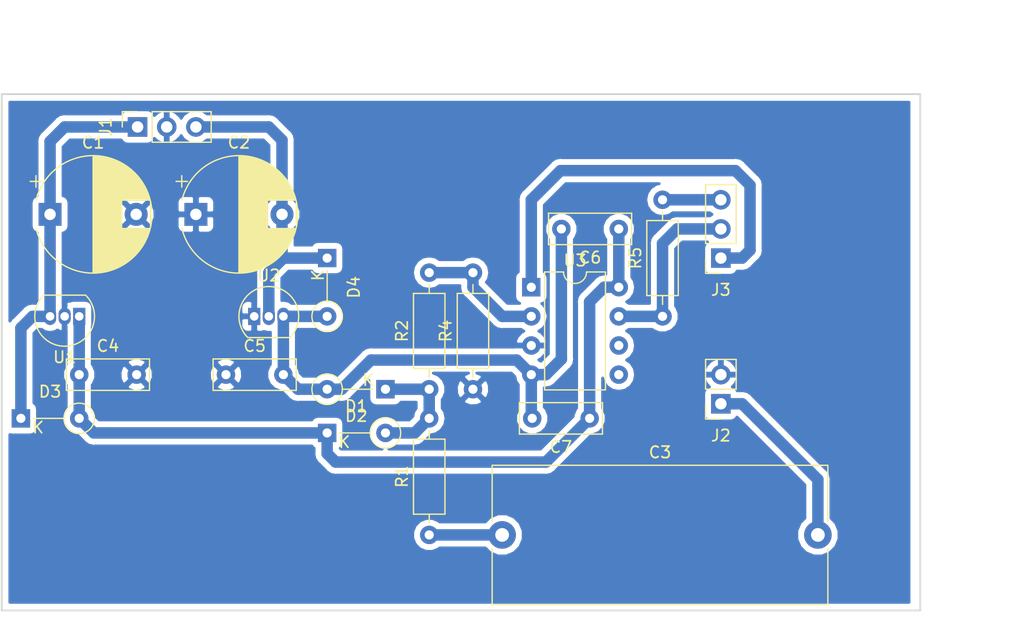
<source format=kicad_pcb>
(kicad_pcb (version 20171130) (host pcbnew "(5.0.0)")

  (general
    (thickness 1.6)
    (drawings 6)
    (tracks 64)
    (zones 0)
    (modules 21)
    (nets 15)
  )

  (page A4)
  (layers
    (0 F.Cu signal)
    (31 B.Cu signal)
    (32 B.Adhes user)
    (33 F.Adhes user)
    (34 B.Paste user)
    (35 F.Paste user)
    (36 B.SilkS user)
    (37 F.SilkS user)
    (38 B.Mask user)
    (39 F.Mask user)
    (40 Dwgs.User user)
    (41 Cmts.User user)
    (42 Eco1.User user)
    (43 Eco2.User user)
    (44 Edge.Cuts user)
    (45 Margin user)
    (46 B.CrtYd user)
    (47 F.CrtYd user)
    (48 B.Fab user)
    (49 F.Fab user)
  )

  (setup
    (last_trace_width 1)
    (user_trace_width 0.5)
    (user_trace_width 0.75)
    (user_trace_width 0.8)
    (user_trace_width 1)
    (user_trace_width 1.1)
    (user_trace_width 1.25)
    (user_trace_width 1.4)
    (user_trace_width 1.7)
    (trace_clearance 0.2)
    (zone_clearance 0.508)
    (zone_45_only no)
    (trace_min 0.2)
    (segment_width 0.2)
    (edge_width 0.15)
    (via_size 0.8)
    (via_drill 0.4)
    (via_min_size 0.4)
    (via_min_drill 0.3)
    (uvia_size 0.3)
    (uvia_drill 0.1)
    (uvias_allowed no)
    (uvia_min_size 0.2)
    (uvia_min_drill 0.1)
    (pcb_text_width 0.3)
    (pcb_text_size 1.5 1.5)
    (mod_edge_width 0.15)
    (mod_text_size 1 1)
    (mod_text_width 0.15)
    (pad_size 1.524 1.524)
    (pad_drill 0.762)
    (pad_to_mask_clearance 0.2)
    (aux_axis_origin 0 0)
    (visible_elements 7FFFFFFF)
    (pcbplotparams
      (layerselection 0x010fc_ffffffff)
      (usegerberextensions false)
      (usegerberattributes false)
      (usegerberadvancedattributes false)
      (creategerberjobfile false)
      (excludeedgelayer true)
      (linewidth 0.100000)
      (plotframeref false)
      (viasonmask false)
      (mode 1)
      (useauxorigin false)
      (hpglpennumber 1)
      (hpglpenspeed 20)
      (hpglpendiameter 15.000000)
      (psnegative false)
      (psa4output false)
      (plotreference true)
      (plotvalue true)
      (plotinvisibletext false)
      (padsonsilk false)
      (subtractmaskfromsilk false)
      (outputformat 1)
      (mirror false)
      (drillshape 1)
      (scaleselection 1)
      (outputdirectory ""))
  )

  (net 0 "")
  (net 1 GND)
  (net 2 "Net-(C1-Pad1)")
  (net 3 "Net-(C2-Pad2)")
  (net 4 "Net-(C3-Pad1)")
  (net 5 "Net-(C3-Pad2)")
  (net 6 +12V)
  (net 7 -12V)
  (net 8 "Net-(D1-Pad2)")
  (net 9 "Net-(J3-Pad3)")
  (net 10 "Net-(J3-Pad2)")
  (net 11 "Net-(J3-Pad1)")
  (net 12 "Net-(U3-Pad5)")
  (net 13 "Net-(U3-Pad6)")
  (net 14 "Net-(R2-Pad2)")

  (net_class Default "This is the default net class."
    (clearance 0.2)
    (trace_width 0.25)
    (via_dia 0.8)
    (via_drill 0.4)
    (uvia_dia 0.3)
    (uvia_drill 0.1)
    (add_net +12V)
    (add_net -12V)
    (add_net GND)
    (add_net "Net-(C1-Pad1)")
    (add_net "Net-(C2-Pad2)")
    (add_net "Net-(C3-Pad1)")
    (add_net "Net-(C3-Pad2)")
    (add_net "Net-(D1-Pad2)")
    (add_net "Net-(J3-Pad1)")
    (add_net "Net-(J3-Pad2)")
    (add_net "Net-(J3-Pad3)")
    (add_net "Net-(R2-Pad2)")
    (add_net "Net-(U3-Pad5)")
    (add_net "Net-(U3-Pad6)")
  )

  (module Capacitor_THT:CP_Radial_D10.0mm_P7.50mm (layer F.Cu) (tedit 5AE50EF1) (tstamp 5BCF7EE6)
    (at 29.21 30.48)
    (descr "CP, Radial series, Radial, pin pitch=7.50mm, , diameter=10mm, Electrolytic Capacitor")
    (tags "CP Radial series Radial pin pitch 7.50mm  diameter 10mm Electrolytic Capacitor")
    (path /5BC0BF4E)
    (fp_text reference C1 (at 3.75 -6.25) (layer F.SilkS)
      (effects (font (size 1 1) (thickness 0.15)))
    )
    (fp_text value 220u (at 3.75 6.25) (layer F.Fab)
      (effects (font (size 1 1) (thickness 0.15)))
    )
    (fp_text user %R (at 3.75 0) (layer F.Fab)
      (effects (font (size 1 1) (thickness 0.15)))
    )
    (fp_line (start -1.229646 -3.375) (end -1.229646 -2.375) (layer F.SilkS) (width 0.12))
    (fp_line (start -1.729646 -2.875) (end -0.729646 -2.875) (layer F.SilkS) (width 0.12))
    (fp_line (start 8.831 -0.599) (end 8.831 0.599) (layer F.SilkS) (width 0.12))
    (fp_line (start 8.791 -0.862) (end 8.791 0.862) (layer F.SilkS) (width 0.12))
    (fp_line (start 8.751 -1.062) (end 8.751 1.062) (layer F.SilkS) (width 0.12))
    (fp_line (start 8.671 1.241) (end 8.671 1.378) (layer F.SilkS) (width 0.12))
    (fp_line (start 8.671 -1.378) (end 8.671 -1.241) (layer F.SilkS) (width 0.12))
    (fp_line (start 8.631 1.241) (end 8.631 1.51) (layer F.SilkS) (width 0.12))
    (fp_line (start 8.631 -1.51) (end 8.631 -1.241) (layer F.SilkS) (width 0.12))
    (fp_line (start 8.591 1.241) (end 8.591 1.63) (layer F.SilkS) (width 0.12))
    (fp_line (start 8.591 -1.63) (end 8.591 -1.241) (layer F.SilkS) (width 0.12))
    (fp_line (start 8.551 1.241) (end 8.551 1.742) (layer F.SilkS) (width 0.12))
    (fp_line (start 8.551 -1.742) (end 8.551 -1.241) (layer F.SilkS) (width 0.12))
    (fp_line (start 8.511 1.241) (end 8.511 1.846) (layer F.SilkS) (width 0.12))
    (fp_line (start 8.511 -1.846) (end 8.511 -1.241) (layer F.SilkS) (width 0.12))
    (fp_line (start 8.471 1.241) (end 8.471 1.944) (layer F.SilkS) (width 0.12))
    (fp_line (start 8.471 -1.944) (end 8.471 -1.241) (layer F.SilkS) (width 0.12))
    (fp_line (start 8.431 1.241) (end 8.431 2.037) (layer F.SilkS) (width 0.12))
    (fp_line (start 8.431 -2.037) (end 8.431 -1.241) (layer F.SilkS) (width 0.12))
    (fp_line (start 8.391 1.241) (end 8.391 2.125) (layer F.SilkS) (width 0.12))
    (fp_line (start 8.391 -2.125) (end 8.391 -1.241) (layer F.SilkS) (width 0.12))
    (fp_line (start 8.351 1.241) (end 8.351 2.209) (layer F.SilkS) (width 0.12))
    (fp_line (start 8.351 -2.209) (end 8.351 -1.241) (layer F.SilkS) (width 0.12))
    (fp_line (start 8.311 1.241) (end 8.311 2.289) (layer F.SilkS) (width 0.12))
    (fp_line (start 8.311 -2.289) (end 8.311 -1.241) (layer F.SilkS) (width 0.12))
    (fp_line (start 8.271 1.241) (end 8.271 2.365) (layer F.SilkS) (width 0.12))
    (fp_line (start 8.271 -2.365) (end 8.271 -1.241) (layer F.SilkS) (width 0.12))
    (fp_line (start 8.231 1.241) (end 8.231 2.439) (layer F.SilkS) (width 0.12))
    (fp_line (start 8.231 -2.439) (end 8.231 -1.241) (layer F.SilkS) (width 0.12))
    (fp_line (start 8.191 1.241) (end 8.191 2.51) (layer F.SilkS) (width 0.12))
    (fp_line (start 8.191 -2.51) (end 8.191 -1.241) (layer F.SilkS) (width 0.12))
    (fp_line (start 8.151 1.241) (end 8.151 2.579) (layer F.SilkS) (width 0.12))
    (fp_line (start 8.151 -2.579) (end 8.151 -1.241) (layer F.SilkS) (width 0.12))
    (fp_line (start 8.111 1.241) (end 8.111 2.645) (layer F.SilkS) (width 0.12))
    (fp_line (start 8.111 -2.645) (end 8.111 -1.241) (layer F.SilkS) (width 0.12))
    (fp_line (start 8.071 1.241) (end 8.071 2.709) (layer F.SilkS) (width 0.12))
    (fp_line (start 8.071 -2.709) (end 8.071 -1.241) (layer F.SilkS) (width 0.12))
    (fp_line (start 8.031 1.241) (end 8.031 2.77) (layer F.SilkS) (width 0.12))
    (fp_line (start 8.031 -2.77) (end 8.031 -1.241) (layer F.SilkS) (width 0.12))
    (fp_line (start 7.991 1.241) (end 7.991 2.83) (layer F.SilkS) (width 0.12))
    (fp_line (start 7.991 -2.83) (end 7.991 -1.241) (layer F.SilkS) (width 0.12))
    (fp_line (start 7.951 1.241) (end 7.951 2.889) (layer F.SilkS) (width 0.12))
    (fp_line (start 7.951 -2.889) (end 7.951 -1.241) (layer F.SilkS) (width 0.12))
    (fp_line (start 7.911 1.241) (end 7.911 2.945) (layer F.SilkS) (width 0.12))
    (fp_line (start 7.911 -2.945) (end 7.911 -1.241) (layer F.SilkS) (width 0.12))
    (fp_line (start 7.871 1.241) (end 7.871 3) (layer F.SilkS) (width 0.12))
    (fp_line (start 7.871 -3) (end 7.871 -1.241) (layer F.SilkS) (width 0.12))
    (fp_line (start 7.831 1.241) (end 7.831 3.054) (layer F.SilkS) (width 0.12))
    (fp_line (start 7.831 -3.054) (end 7.831 -1.241) (layer F.SilkS) (width 0.12))
    (fp_line (start 7.791 1.241) (end 7.791 3.106) (layer F.SilkS) (width 0.12))
    (fp_line (start 7.791 -3.106) (end 7.791 -1.241) (layer F.SilkS) (width 0.12))
    (fp_line (start 7.751 1.241) (end 7.751 3.156) (layer F.SilkS) (width 0.12))
    (fp_line (start 7.751 -3.156) (end 7.751 -1.241) (layer F.SilkS) (width 0.12))
    (fp_line (start 7.711 1.241) (end 7.711 3.206) (layer F.SilkS) (width 0.12))
    (fp_line (start 7.711 -3.206) (end 7.711 -1.241) (layer F.SilkS) (width 0.12))
    (fp_line (start 7.671 1.241) (end 7.671 3.254) (layer F.SilkS) (width 0.12))
    (fp_line (start 7.671 -3.254) (end 7.671 -1.241) (layer F.SilkS) (width 0.12))
    (fp_line (start 7.631 1.241) (end 7.631 3.301) (layer F.SilkS) (width 0.12))
    (fp_line (start 7.631 -3.301) (end 7.631 -1.241) (layer F.SilkS) (width 0.12))
    (fp_line (start 7.591 1.241) (end 7.591 3.347) (layer F.SilkS) (width 0.12))
    (fp_line (start 7.591 -3.347) (end 7.591 -1.241) (layer F.SilkS) (width 0.12))
    (fp_line (start 7.551 1.241) (end 7.551 3.392) (layer F.SilkS) (width 0.12))
    (fp_line (start 7.551 -3.392) (end 7.551 -1.241) (layer F.SilkS) (width 0.12))
    (fp_line (start 7.511 1.241) (end 7.511 3.436) (layer F.SilkS) (width 0.12))
    (fp_line (start 7.511 -3.436) (end 7.511 -1.241) (layer F.SilkS) (width 0.12))
    (fp_line (start 7.471 1.241) (end 7.471 3.478) (layer F.SilkS) (width 0.12))
    (fp_line (start 7.471 -3.478) (end 7.471 -1.241) (layer F.SilkS) (width 0.12))
    (fp_line (start 7.431 1.241) (end 7.431 3.52) (layer F.SilkS) (width 0.12))
    (fp_line (start 7.431 -3.52) (end 7.431 -1.241) (layer F.SilkS) (width 0.12))
    (fp_line (start 7.391 1.241) (end 7.391 3.561) (layer F.SilkS) (width 0.12))
    (fp_line (start 7.391 -3.561) (end 7.391 -1.241) (layer F.SilkS) (width 0.12))
    (fp_line (start 7.351 1.241) (end 7.351 3.601) (layer F.SilkS) (width 0.12))
    (fp_line (start 7.351 -3.601) (end 7.351 -1.241) (layer F.SilkS) (width 0.12))
    (fp_line (start 7.311 1.241) (end 7.311 3.64) (layer F.SilkS) (width 0.12))
    (fp_line (start 7.311 -3.64) (end 7.311 -1.241) (layer F.SilkS) (width 0.12))
    (fp_line (start 7.271 1.241) (end 7.271 3.679) (layer F.SilkS) (width 0.12))
    (fp_line (start 7.271 -3.679) (end 7.271 -1.241) (layer F.SilkS) (width 0.12))
    (fp_line (start 7.231 1.241) (end 7.231 3.716) (layer F.SilkS) (width 0.12))
    (fp_line (start 7.231 -3.716) (end 7.231 -1.241) (layer F.SilkS) (width 0.12))
    (fp_line (start 7.191 1.241) (end 7.191 3.753) (layer F.SilkS) (width 0.12))
    (fp_line (start 7.191 -3.753) (end 7.191 -1.241) (layer F.SilkS) (width 0.12))
    (fp_line (start 7.151 1.241) (end 7.151 3.789) (layer F.SilkS) (width 0.12))
    (fp_line (start 7.151 -3.789) (end 7.151 -1.241) (layer F.SilkS) (width 0.12))
    (fp_line (start 7.111 1.241) (end 7.111 3.824) (layer F.SilkS) (width 0.12))
    (fp_line (start 7.111 -3.824) (end 7.111 -1.241) (layer F.SilkS) (width 0.12))
    (fp_line (start 7.071 1.241) (end 7.071 3.858) (layer F.SilkS) (width 0.12))
    (fp_line (start 7.071 -3.858) (end 7.071 -1.241) (layer F.SilkS) (width 0.12))
    (fp_line (start 7.031 1.241) (end 7.031 3.892) (layer F.SilkS) (width 0.12))
    (fp_line (start 7.031 -3.892) (end 7.031 -1.241) (layer F.SilkS) (width 0.12))
    (fp_line (start 6.991 1.241) (end 6.991 3.925) (layer F.SilkS) (width 0.12))
    (fp_line (start 6.991 -3.925) (end 6.991 -1.241) (layer F.SilkS) (width 0.12))
    (fp_line (start 6.951 1.241) (end 6.951 3.957) (layer F.SilkS) (width 0.12))
    (fp_line (start 6.951 -3.957) (end 6.951 -1.241) (layer F.SilkS) (width 0.12))
    (fp_line (start 6.911 1.241) (end 6.911 3.989) (layer F.SilkS) (width 0.12))
    (fp_line (start 6.911 -3.989) (end 6.911 -1.241) (layer F.SilkS) (width 0.12))
    (fp_line (start 6.871 1.241) (end 6.871 4.02) (layer F.SilkS) (width 0.12))
    (fp_line (start 6.871 -4.02) (end 6.871 -1.241) (layer F.SilkS) (width 0.12))
    (fp_line (start 6.831 1.241) (end 6.831 4.05) (layer F.SilkS) (width 0.12))
    (fp_line (start 6.831 -4.05) (end 6.831 -1.241) (layer F.SilkS) (width 0.12))
    (fp_line (start 6.791 1.241) (end 6.791 4.08) (layer F.SilkS) (width 0.12))
    (fp_line (start 6.791 -4.08) (end 6.791 -1.241) (layer F.SilkS) (width 0.12))
    (fp_line (start 6.751 1.241) (end 6.751 4.11) (layer F.SilkS) (width 0.12))
    (fp_line (start 6.751 -4.11) (end 6.751 -1.241) (layer F.SilkS) (width 0.12))
    (fp_line (start 6.711 1.241) (end 6.711 4.138) (layer F.SilkS) (width 0.12))
    (fp_line (start 6.711 -4.138) (end 6.711 -1.241) (layer F.SilkS) (width 0.12))
    (fp_line (start 6.671 1.241) (end 6.671 4.166) (layer F.SilkS) (width 0.12))
    (fp_line (start 6.671 -4.166) (end 6.671 -1.241) (layer F.SilkS) (width 0.12))
    (fp_line (start 6.631 1.241) (end 6.631 4.194) (layer F.SilkS) (width 0.12))
    (fp_line (start 6.631 -4.194) (end 6.631 -1.241) (layer F.SilkS) (width 0.12))
    (fp_line (start 6.591 1.241) (end 6.591 4.221) (layer F.SilkS) (width 0.12))
    (fp_line (start 6.591 -4.221) (end 6.591 -1.241) (layer F.SilkS) (width 0.12))
    (fp_line (start 6.551 1.241) (end 6.551 4.247) (layer F.SilkS) (width 0.12))
    (fp_line (start 6.551 -4.247) (end 6.551 -1.241) (layer F.SilkS) (width 0.12))
    (fp_line (start 6.511 1.241) (end 6.511 4.273) (layer F.SilkS) (width 0.12))
    (fp_line (start 6.511 -4.273) (end 6.511 -1.241) (layer F.SilkS) (width 0.12))
    (fp_line (start 6.471 1.241) (end 6.471 4.298) (layer F.SilkS) (width 0.12))
    (fp_line (start 6.471 -4.298) (end 6.471 -1.241) (layer F.SilkS) (width 0.12))
    (fp_line (start 6.431 1.241) (end 6.431 4.323) (layer F.SilkS) (width 0.12))
    (fp_line (start 6.431 -4.323) (end 6.431 -1.241) (layer F.SilkS) (width 0.12))
    (fp_line (start 6.391 1.241) (end 6.391 4.347) (layer F.SilkS) (width 0.12))
    (fp_line (start 6.391 -4.347) (end 6.391 -1.241) (layer F.SilkS) (width 0.12))
    (fp_line (start 6.351 1.241) (end 6.351 4.371) (layer F.SilkS) (width 0.12))
    (fp_line (start 6.351 -4.371) (end 6.351 -1.241) (layer F.SilkS) (width 0.12))
    (fp_line (start 6.311 1.241) (end 6.311 4.395) (layer F.SilkS) (width 0.12))
    (fp_line (start 6.311 -4.395) (end 6.311 -1.241) (layer F.SilkS) (width 0.12))
    (fp_line (start 6.271 1.241) (end 6.271 4.417) (layer F.SilkS) (width 0.12))
    (fp_line (start 6.271 -4.417) (end 6.271 -1.241) (layer F.SilkS) (width 0.12))
    (fp_line (start 6.231 -4.44) (end 6.231 4.44) (layer F.SilkS) (width 0.12))
    (fp_line (start 6.191 -4.462) (end 6.191 4.462) (layer F.SilkS) (width 0.12))
    (fp_line (start 6.151 -4.483) (end 6.151 4.483) (layer F.SilkS) (width 0.12))
    (fp_line (start 6.111 -4.504) (end 6.111 4.504) (layer F.SilkS) (width 0.12))
    (fp_line (start 6.071 -4.525) (end 6.071 4.525) (layer F.SilkS) (width 0.12))
    (fp_line (start 6.031 -4.545) (end 6.031 4.545) (layer F.SilkS) (width 0.12))
    (fp_line (start 5.991 -4.564) (end 5.991 4.564) (layer F.SilkS) (width 0.12))
    (fp_line (start 5.951 -4.584) (end 5.951 4.584) (layer F.SilkS) (width 0.12))
    (fp_line (start 5.911 -4.603) (end 5.911 4.603) (layer F.SilkS) (width 0.12))
    (fp_line (start 5.871 -4.621) (end 5.871 4.621) (layer F.SilkS) (width 0.12))
    (fp_line (start 5.831 -4.639) (end 5.831 4.639) (layer F.SilkS) (width 0.12))
    (fp_line (start 5.791 -4.657) (end 5.791 4.657) (layer F.SilkS) (width 0.12))
    (fp_line (start 5.751 -4.674) (end 5.751 4.674) (layer F.SilkS) (width 0.12))
    (fp_line (start 5.711 -4.69) (end 5.711 4.69) (layer F.SilkS) (width 0.12))
    (fp_line (start 5.671 -4.707) (end 5.671 4.707) (layer F.SilkS) (width 0.12))
    (fp_line (start 5.631 -4.723) (end 5.631 4.723) (layer F.SilkS) (width 0.12))
    (fp_line (start 5.591 -4.738) (end 5.591 4.738) (layer F.SilkS) (width 0.12))
    (fp_line (start 5.551 -4.754) (end 5.551 4.754) (layer F.SilkS) (width 0.12))
    (fp_line (start 5.511 -4.768) (end 5.511 4.768) (layer F.SilkS) (width 0.12))
    (fp_line (start 5.471 -4.783) (end 5.471 4.783) (layer F.SilkS) (width 0.12))
    (fp_line (start 5.431 -4.797) (end 5.431 4.797) (layer F.SilkS) (width 0.12))
    (fp_line (start 5.391 -4.811) (end 5.391 4.811) (layer F.SilkS) (width 0.12))
    (fp_line (start 5.351 -4.824) (end 5.351 4.824) (layer F.SilkS) (width 0.12))
    (fp_line (start 5.311 -4.837) (end 5.311 4.837) (layer F.SilkS) (width 0.12))
    (fp_line (start 5.271 -4.85) (end 5.271 4.85) (layer F.SilkS) (width 0.12))
    (fp_line (start 5.231 -4.862) (end 5.231 4.862) (layer F.SilkS) (width 0.12))
    (fp_line (start 5.191 -4.874) (end 5.191 4.874) (layer F.SilkS) (width 0.12))
    (fp_line (start 5.151 -4.885) (end 5.151 4.885) (layer F.SilkS) (width 0.12))
    (fp_line (start 5.111 -4.897) (end 5.111 4.897) (layer F.SilkS) (width 0.12))
    (fp_line (start 5.071 -4.907) (end 5.071 4.907) (layer F.SilkS) (width 0.12))
    (fp_line (start 5.031 -4.918) (end 5.031 4.918) (layer F.SilkS) (width 0.12))
    (fp_line (start 4.991 -4.928) (end 4.991 4.928) (layer F.SilkS) (width 0.12))
    (fp_line (start 4.951 -4.938) (end 4.951 4.938) (layer F.SilkS) (width 0.12))
    (fp_line (start 4.911 -4.947) (end 4.911 4.947) (layer F.SilkS) (width 0.12))
    (fp_line (start 4.871 -4.956) (end 4.871 4.956) (layer F.SilkS) (width 0.12))
    (fp_line (start 4.831 -4.965) (end 4.831 4.965) (layer F.SilkS) (width 0.12))
    (fp_line (start 4.791 -4.974) (end 4.791 4.974) (layer F.SilkS) (width 0.12))
    (fp_line (start 4.751 -4.982) (end 4.751 4.982) (layer F.SilkS) (width 0.12))
    (fp_line (start 4.711 -4.99) (end 4.711 4.99) (layer F.SilkS) (width 0.12))
    (fp_line (start 4.671 -4.997) (end 4.671 4.997) (layer F.SilkS) (width 0.12))
    (fp_line (start 4.631 -5.004) (end 4.631 5.004) (layer F.SilkS) (width 0.12))
    (fp_line (start 4.591 -5.011) (end 4.591 5.011) (layer F.SilkS) (width 0.12))
    (fp_line (start 4.551 -5.018) (end 4.551 5.018) (layer F.SilkS) (width 0.12))
    (fp_line (start 4.511 -5.024) (end 4.511 5.024) (layer F.SilkS) (width 0.12))
    (fp_line (start 4.471 -5.03) (end 4.471 5.03) (layer F.SilkS) (width 0.12))
    (fp_line (start 4.43 -5.035) (end 4.43 5.035) (layer F.SilkS) (width 0.12))
    (fp_line (start 4.39 -5.04) (end 4.39 5.04) (layer F.SilkS) (width 0.12))
    (fp_line (start 4.35 -5.045) (end 4.35 5.045) (layer F.SilkS) (width 0.12))
    (fp_line (start 4.31 -5.05) (end 4.31 5.05) (layer F.SilkS) (width 0.12))
    (fp_line (start 4.27 -5.054) (end 4.27 5.054) (layer F.SilkS) (width 0.12))
    (fp_line (start 4.23 -5.058) (end 4.23 5.058) (layer F.SilkS) (width 0.12))
    (fp_line (start 4.19 -5.062) (end 4.19 5.062) (layer F.SilkS) (width 0.12))
    (fp_line (start 4.15 -5.065) (end 4.15 5.065) (layer F.SilkS) (width 0.12))
    (fp_line (start 4.11 -5.068) (end 4.11 5.068) (layer F.SilkS) (width 0.12))
    (fp_line (start 4.07 -5.07) (end 4.07 5.07) (layer F.SilkS) (width 0.12))
    (fp_line (start 4.03 -5.073) (end 4.03 5.073) (layer F.SilkS) (width 0.12))
    (fp_line (start 3.99 -5.075) (end 3.99 5.075) (layer F.SilkS) (width 0.12))
    (fp_line (start 3.95 -5.077) (end 3.95 5.077) (layer F.SilkS) (width 0.12))
    (fp_line (start 3.91 -5.078) (end 3.91 5.078) (layer F.SilkS) (width 0.12))
    (fp_line (start 3.87 -5.079) (end 3.87 5.079) (layer F.SilkS) (width 0.12))
    (fp_line (start 3.83 -5.08) (end 3.83 5.08) (layer F.SilkS) (width 0.12))
    (fp_line (start 3.79 -5.08) (end 3.79 5.08) (layer F.SilkS) (width 0.12))
    (fp_line (start 3.75 -5.08) (end 3.75 5.08) (layer F.SilkS) (width 0.12))
    (fp_line (start -0.038861 -2.6875) (end -0.038861 -1.6875) (layer F.Fab) (width 0.1))
    (fp_line (start -0.538861 -2.1875) (end 0.461139 -2.1875) (layer F.Fab) (width 0.1))
    (fp_circle (center 3.75 0) (end 9 0) (layer F.CrtYd) (width 0.05))
    (fp_circle (center 3.75 0) (end 8.75 0) (layer F.Fab) (width 0.1))
    (fp_arc (start 3.75 0) (end -1.21254 -1.26) (angle 331.50704) (layer F.SilkS) (width 0.12))
    (pad 2 thru_hole circle (at 7.5 0) (size 2 2) (drill 1) (layers *.Cu *.Mask)
      (net 1 GND))
    (pad 1 thru_hole rect (at 0 0) (size 2 2) (drill 1) (layers *.Cu *.Mask)
      (net 2 "Net-(C1-Pad1)"))
    (model ${KISYS3DMOD}/Capacitor_THT.3dshapes/CP_Radial_D10.0mm_P7.50mm.wrl
      (at (xyz 0 0 0))
      (scale (xyz 1 1 1))
      (rotate (xyz 0 0 0))
    )
  )

  (module Capacitor_THT:CP_Radial_D10.0mm_P7.50mm (layer F.Cu) (tedit 5AE50EF1) (tstamp 5BCF7FB0)
    (at 41.91 30.48)
    (descr "CP, Radial series, Radial, pin pitch=7.50mm, , diameter=10mm, Electrolytic Capacitor")
    (tags "CP Radial series Radial pin pitch 7.50mm  diameter 10mm Electrolytic Capacitor")
    (path /5BC0C306)
    (fp_text reference C2 (at 3.75 -6.25) (layer F.SilkS)
      (effects (font (size 1 1) (thickness 0.15)))
    )
    (fp_text value 220u (at 3.75 6.25) (layer F.Fab)
      (effects (font (size 1 1) (thickness 0.15)))
    )
    (fp_arc (start 3.75 0) (end -1.21254 -1.26) (angle 331.50704) (layer F.SilkS) (width 0.12))
    (fp_circle (center 3.75 0) (end 8.75 0) (layer F.Fab) (width 0.1))
    (fp_circle (center 3.75 0) (end 9 0) (layer F.CrtYd) (width 0.05))
    (fp_line (start -0.538861 -2.1875) (end 0.461139 -2.1875) (layer F.Fab) (width 0.1))
    (fp_line (start -0.038861 -2.6875) (end -0.038861 -1.6875) (layer F.Fab) (width 0.1))
    (fp_line (start 3.75 -5.08) (end 3.75 5.08) (layer F.SilkS) (width 0.12))
    (fp_line (start 3.79 -5.08) (end 3.79 5.08) (layer F.SilkS) (width 0.12))
    (fp_line (start 3.83 -5.08) (end 3.83 5.08) (layer F.SilkS) (width 0.12))
    (fp_line (start 3.87 -5.079) (end 3.87 5.079) (layer F.SilkS) (width 0.12))
    (fp_line (start 3.91 -5.078) (end 3.91 5.078) (layer F.SilkS) (width 0.12))
    (fp_line (start 3.95 -5.077) (end 3.95 5.077) (layer F.SilkS) (width 0.12))
    (fp_line (start 3.99 -5.075) (end 3.99 5.075) (layer F.SilkS) (width 0.12))
    (fp_line (start 4.03 -5.073) (end 4.03 5.073) (layer F.SilkS) (width 0.12))
    (fp_line (start 4.07 -5.07) (end 4.07 5.07) (layer F.SilkS) (width 0.12))
    (fp_line (start 4.11 -5.068) (end 4.11 5.068) (layer F.SilkS) (width 0.12))
    (fp_line (start 4.15 -5.065) (end 4.15 5.065) (layer F.SilkS) (width 0.12))
    (fp_line (start 4.19 -5.062) (end 4.19 5.062) (layer F.SilkS) (width 0.12))
    (fp_line (start 4.23 -5.058) (end 4.23 5.058) (layer F.SilkS) (width 0.12))
    (fp_line (start 4.27 -5.054) (end 4.27 5.054) (layer F.SilkS) (width 0.12))
    (fp_line (start 4.31 -5.05) (end 4.31 5.05) (layer F.SilkS) (width 0.12))
    (fp_line (start 4.35 -5.045) (end 4.35 5.045) (layer F.SilkS) (width 0.12))
    (fp_line (start 4.39 -5.04) (end 4.39 5.04) (layer F.SilkS) (width 0.12))
    (fp_line (start 4.43 -5.035) (end 4.43 5.035) (layer F.SilkS) (width 0.12))
    (fp_line (start 4.471 -5.03) (end 4.471 5.03) (layer F.SilkS) (width 0.12))
    (fp_line (start 4.511 -5.024) (end 4.511 5.024) (layer F.SilkS) (width 0.12))
    (fp_line (start 4.551 -5.018) (end 4.551 5.018) (layer F.SilkS) (width 0.12))
    (fp_line (start 4.591 -5.011) (end 4.591 5.011) (layer F.SilkS) (width 0.12))
    (fp_line (start 4.631 -5.004) (end 4.631 5.004) (layer F.SilkS) (width 0.12))
    (fp_line (start 4.671 -4.997) (end 4.671 4.997) (layer F.SilkS) (width 0.12))
    (fp_line (start 4.711 -4.99) (end 4.711 4.99) (layer F.SilkS) (width 0.12))
    (fp_line (start 4.751 -4.982) (end 4.751 4.982) (layer F.SilkS) (width 0.12))
    (fp_line (start 4.791 -4.974) (end 4.791 4.974) (layer F.SilkS) (width 0.12))
    (fp_line (start 4.831 -4.965) (end 4.831 4.965) (layer F.SilkS) (width 0.12))
    (fp_line (start 4.871 -4.956) (end 4.871 4.956) (layer F.SilkS) (width 0.12))
    (fp_line (start 4.911 -4.947) (end 4.911 4.947) (layer F.SilkS) (width 0.12))
    (fp_line (start 4.951 -4.938) (end 4.951 4.938) (layer F.SilkS) (width 0.12))
    (fp_line (start 4.991 -4.928) (end 4.991 4.928) (layer F.SilkS) (width 0.12))
    (fp_line (start 5.031 -4.918) (end 5.031 4.918) (layer F.SilkS) (width 0.12))
    (fp_line (start 5.071 -4.907) (end 5.071 4.907) (layer F.SilkS) (width 0.12))
    (fp_line (start 5.111 -4.897) (end 5.111 4.897) (layer F.SilkS) (width 0.12))
    (fp_line (start 5.151 -4.885) (end 5.151 4.885) (layer F.SilkS) (width 0.12))
    (fp_line (start 5.191 -4.874) (end 5.191 4.874) (layer F.SilkS) (width 0.12))
    (fp_line (start 5.231 -4.862) (end 5.231 4.862) (layer F.SilkS) (width 0.12))
    (fp_line (start 5.271 -4.85) (end 5.271 4.85) (layer F.SilkS) (width 0.12))
    (fp_line (start 5.311 -4.837) (end 5.311 4.837) (layer F.SilkS) (width 0.12))
    (fp_line (start 5.351 -4.824) (end 5.351 4.824) (layer F.SilkS) (width 0.12))
    (fp_line (start 5.391 -4.811) (end 5.391 4.811) (layer F.SilkS) (width 0.12))
    (fp_line (start 5.431 -4.797) (end 5.431 4.797) (layer F.SilkS) (width 0.12))
    (fp_line (start 5.471 -4.783) (end 5.471 4.783) (layer F.SilkS) (width 0.12))
    (fp_line (start 5.511 -4.768) (end 5.511 4.768) (layer F.SilkS) (width 0.12))
    (fp_line (start 5.551 -4.754) (end 5.551 4.754) (layer F.SilkS) (width 0.12))
    (fp_line (start 5.591 -4.738) (end 5.591 4.738) (layer F.SilkS) (width 0.12))
    (fp_line (start 5.631 -4.723) (end 5.631 4.723) (layer F.SilkS) (width 0.12))
    (fp_line (start 5.671 -4.707) (end 5.671 4.707) (layer F.SilkS) (width 0.12))
    (fp_line (start 5.711 -4.69) (end 5.711 4.69) (layer F.SilkS) (width 0.12))
    (fp_line (start 5.751 -4.674) (end 5.751 4.674) (layer F.SilkS) (width 0.12))
    (fp_line (start 5.791 -4.657) (end 5.791 4.657) (layer F.SilkS) (width 0.12))
    (fp_line (start 5.831 -4.639) (end 5.831 4.639) (layer F.SilkS) (width 0.12))
    (fp_line (start 5.871 -4.621) (end 5.871 4.621) (layer F.SilkS) (width 0.12))
    (fp_line (start 5.911 -4.603) (end 5.911 4.603) (layer F.SilkS) (width 0.12))
    (fp_line (start 5.951 -4.584) (end 5.951 4.584) (layer F.SilkS) (width 0.12))
    (fp_line (start 5.991 -4.564) (end 5.991 4.564) (layer F.SilkS) (width 0.12))
    (fp_line (start 6.031 -4.545) (end 6.031 4.545) (layer F.SilkS) (width 0.12))
    (fp_line (start 6.071 -4.525) (end 6.071 4.525) (layer F.SilkS) (width 0.12))
    (fp_line (start 6.111 -4.504) (end 6.111 4.504) (layer F.SilkS) (width 0.12))
    (fp_line (start 6.151 -4.483) (end 6.151 4.483) (layer F.SilkS) (width 0.12))
    (fp_line (start 6.191 -4.462) (end 6.191 4.462) (layer F.SilkS) (width 0.12))
    (fp_line (start 6.231 -4.44) (end 6.231 4.44) (layer F.SilkS) (width 0.12))
    (fp_line (start 6.271 -4.417) (end 6.271 -1.241) (layer F.SilkS) (width 0.12))
    (fp_line (start 6.271 1.241) (end 6.271 4.417) (layer F.SilkS) (width 0.12))
    (fp_line (start 6.311 -4.395) (end 6.311 -1.241) (layer F.SilkS) (width 0.12))
    (fp_line (start 6.311 1.241) (end 6.311 4.395) (layer F.SilkS) (width 0.12))
    (fp_line (start 6.351 -4.371) (end 6.351 -1.241) (layer F.SilkS) (width 0.12))
    (fp_line (start 6.351 1.241) (end 6.351 4.371) (layer F.SilkS) (width 0.12))
    (fp_line (start 6.391 -4.347) (end 6.391 -1.241) (layer F.SilkS) (width 0.12))
    (fp_line (start 6.391 1.241) (end 6.391 4.347) (layer F.SilkS) (width 0.12))
    (fp_line (start 6.431 -4.323) (end 6.431 -1.241) (layer F.SilkS) (width 0.12))
    (fp_line (start 6.431 1.241) (end 6.431 4.323) (layer F.SilkS) (width 0.12))
    (fp_line (start 6.471 -4.298) (end 6.471 -1.241) (layer F.SilkS) (width 0.12))
    (fp_line (start 6.471 1.241) (end 6.471 4.298) (layer F.SilkS) (width 0.12))
    (fp_line (start 6.511 -4.273) (end 6.511 -1.241) (layer F.SilkS) (width 0.12))
    (fp_line (start 6.511 1.241) (end 6.511 4.273) (layer F.SilkS) (width 0.12))
    (fp_line (start 6.551 -4.247) (end 6.551 -1.241) (layer F.SilkS) (width 0.12))
    (fp_line (start 6.551 1.241) (end 6.551 4.247) (layer F.SilkS) (width 0.12))
    (fp_line (start 6.591 -4.221) (end 6.591 -1.241) (layer F.SilkS) (width 0.12))
    (fp_line (start 6.591 1.241) (end 6.591 4.221) (layer F.SilkS) (width 0.12))
    (fp_line (start 6.631 -4.194) (end 6.631 -1.241) (layer F.SilkS) (width 0.12))
    (fp_line (start 6.631 1.241) (end 6.631 4.194) (layer F.SilkS) (width 0.12))
    (fp_line (start 6.671 -4.166) (end 6.671 -1.241) (layer F.SilkS) (width 0.12))
    (fp_line (start 6.671 1.241) (end 6.671 4.166) (layer F.SilkS) (width 0.12))
    (fp_line (start 6.711 -4.138) (end 6.711 -1.241) (layer F.SilkS) (width 0.12))
    (fp_line (start 6.711 1.241) (end 6.711 4.138) (layer F.SilkS) (width 0.12))
    (fp_line (start 6.751 -4.11) (end 6.751 -1.241) (layer F.SilkS) (width 0.12))
    (fp_line (start 6.751 1.241) (end 6.751 4.11) (layer F.SilkS) (width 0.12))
    (fp_line (start 6.791 -4.08) (end 6.791 -1.241) (layer F.SilkS) (width 0.12))
    (fp_line (start 6.791 1.241) (end 6.791 4.08) (layer F.SilkS) (width 0.12))
    (fp_line (start 6.831 -4.05) (end 6.831 -1.241) (layer F.SilkS) (width 0.12))
    (fp_line (start 6.831 1.241) (end 6.831 4.05) (layer F.SilkS) (width 0.12))
    (fp_line (start 6.871 -4.02) (end 6.871 -1.241) (layer F.SilkS) (width 0.12))
    (fp_line (start 6.871 1.241) (end 6.871 4.02) (layer F.SilkS) (width 0.12))
    (fp_line (start 6.911 -3.989) (end 6.911 -1.241) (layer F.SilkS) (width 0.12))
    (fp_line (start 6.911 1.241) (end 6.911 3.989) (layer F.SilkS) (width 0.12))
    (fp_line (start 6.951 -3.957) (end 6.951 -1.241) (layer F.SilkS) (width 0.12))
    (fp_line (start 6.951 1.241) (end 6.951 3.957) (layer F.SilkS) (width 0.12))
    (fp_line (start 6.991 -3.925) (end 6.991 -1.241) (layer F.SilkS) (width 0.12))
    (fp_line (start 6.991 1.241) (end 6.991 3.925) (layer F.SilkS) (width 0.12))
    (fp_line (start 7.031 -3.892) (end 7.031 -1.241) (layer F.SilkS) (width 0.12))
    (fp_line (start 7.031 1.241) (end 7.031 3.892) (layer F.SilkS) (width 0.12))
    (fp_line (start 7.071 -3.858) (end 7.071 -1.241) (layer F.SilkS) (width 0.12))
    (fp_line (start 7.071 1.241) (end 7.071 3.858) (layer F.SilkS) (width 0.12))
    (fp_line (start 7.111 -3.824) (end 7.111 -1.241) (layer F.SilkS) (width 0.12))
    (fp_line (start 7.111 1.241) (end 7.111 3.824) (layer F.SilkS) (width 0.12))
    (fp_line (start 7.151 -3.789) (end 7.151 -1.241) (layer F.SilkS) (width 0.12))
    (fp_line (start 7.151 1.241) (end 7.151 3.789) (layer F.SilkS) (width 0.12))
    (fp_line (start 7.191 -3.753) (end 7.191 -1.241) (layer F.SilkS) (width 0.12))
    (fp_line (start 7.191 1.241) (end 7.191 3.753) (layer F.SilkS) (width 0.12))
    (fp_line (start 7.231 -3.716) (end 7.231 -1.241) (layer F.SilkS) (width 0.12))
    (fp_line (start 7.231 1.241) (end 7.231 3.716) (layer F.SilkS) (width 0.12))
    (fp_line (start 7.271 -3.679) (end 7.271 -1.241) (layer F.SilkS) (width 0.12))
    (fp_line (start 7.271 1.241) (end 7.271 3.679) (layer F.SilkS) (width 0.12))
    (fp_line (start 7.311 -3.64) (end 7.311 -1.241) (layer F.SilkS) (width 0.12))
    (fp_line (start 7.311 1.241) (end 7.311 3.64) (layer F.SilkS) (width 0.12))
    (fp_line (start 7.351 -3.601) (end 7.351 -1.241) (layer F.SilkS) (width 0.12))
    (fp_line (start 7.351 1.241) (end 7.351 3.601) (layer F.SilkS) (width 0.12))
    (fp_line (start 7.391 -3.561) (end 7.391 -1.241) (layer F.SilkS) (width 0.12))
    (fp_line (start 7.391 1.241) (end 7.391 3.561) (layer F.SilkS) (width 0.12))
    (fp_line (start 7.431 -3.52) (end 7.431 -1.241) (layer F.SilkS) (width 0.12))
    (fp_line (start 7.431 1.241) (end 7.431 3.52) (layer F.SilkS) (width 0.12))
    (fp_line (start 7.471 -3.478) (end 7.471 -1.241) (layer F.SilkS) (width 0.12))
    (fp_line (start 7.471 1.241) (end 7.471 3.478) (layer F.SilkS) (width 0.12))
    (fp_line (start 7.511 -3.436) (end 7.511 -1.241) (layer F.SilkS) (width 0.12))
    (fp_line (start 7.511 1.241) (end 7.511 3.436) (layer F.SilkS) (width 0.12))
    (fp_line (start 7.551 -3.392) (end 7.551 -1.241) (layer F.SilkS) (width 0.12))
    (fp_line (start 7.551 1.241) (end 7.551 3.392) (layer F.SilkS) (width 0.12))
    (fp_line (start 7.591 -3.347) (end 7.591 -1.241) (layer F.SilkS) (width 0.12))
    (fp_line (start 7.591 1.241) (end 7.591 3.347) (layer F.SilkS) (width 0.12))
    (fp_line (start 7.631 -3.301) (end 7.631 -1.241) (layer F.SilkS) (width 0.12))
    (fp_line (start 7.631 1.241) (end 7.631 3.301) (layer F.SilkS) (width 0.12))
    (fp_line (start 7.671 -3.254) (end 7.671 -1.241) (layer F.SilkS) (width 0.12))
    (fp_line (start 7.671 1.241) (end 7.671 3.254) (layer F.SilkS) (width 0.12))
    (fp_line (start 7.711 -3.206) (end 7.711 -1.241) (layer F.SilkS) (width 0.12))
    (fp_line (start 7.711 1.241) (end 7.711 3.206) (layer F.SilkS) (width 0.12))
    (fp_line (start 7.751 -3.156) (end 7.751 -1.241) (layer F.SilkS) (width 0.12))
    (fp_line (start 7.751 1.241) (end 7.751 3.156) (layer F.SilkS) (width 0.12))
    (fp_line (start 7.791 -3.106) (end 7.791 -1.241) (layer F.SilkS) (width 0.12))
    (fp_line (start 7.791 1.241) (end 7.791 3.106) (layer F.SilkS) (width 0.12))
    (fp_line (start 7.831 -3.054) (end 7.831 -1.241) (layer F.SilkS) (width 0.12))
    (fp_line (start 7.831 1.241) (end 7.831 3.054) (layer F.SilkS) (width 0.12))
    (fp_line (start 7.871 -3) (end 7.871 -1.241) (layer F.SilkS) (width 0.12))
    (fp_line (start 7.871 1.241) (end 7.871 3) (layer F.SilkS) (width 0.12))
    (fp_line (start 7.911 -2.945) (end 7.911 -1.241) (layer F.SilkS) (width 0.12))
    (fp_line (start 7.911 1.241) (end 7.911 2.945) (layer F.SilkS) (width 0.12))
    (fp_line (start 7.951 -2.889) (end 7.951 -1.241) (layer F.SilkS) (width 0.12))
    (fp_line (start 7.951 1.241) (end 7.951 2.889) (layer F.SilkS) (width 0.12))
    (fp_line (start 7.991 -2.83) (end 7.991 -1.241) (layer F.SilkS) (width 0.12))
    (fp_line (start 7.991 1.241) (end 7.991 2.83) (layer F.SilkS) (width 0.12))
    (fp_line (start 8.031 -2.77) (end 8.031 -1.241) (layer F.SilkS) (width 0.12))
    (fp_line (start 8.031 1.241) (end 8.031 2.77) (layer F.SilkS) (width 0.12))
    (fp_line (start 8.071 -2.709) (end 8.071 -1.241) (layer F.SilkS) (width 0.12))
    (fp_line (start 8.071 1.241) (end 8.071 2.709) (layer F.SilkS) (width 0.12))
    (fp_line (start 8.111 -2.645) (end 8.111 -1.241) (layer F.SilkS) (width 0.12))
    (fp_line (start 8.111 1.241) (end 8.111 2.645) (layer F.SilkS) (width 0.12))
    (fp_line (start 8.151 -2.579) (end 8.151 -1.241) (layer F.SilkS) (width 0.12))
    (fp_line (start 8.151 1.241) (end 8.151 2.579) (layer F.SilkS) (width 0.12))
    (fp_line (start 8.191 -2.51) (end 8.191 -1.241) (layer F.SilkS) (width 0.12))
    (fp_line (start 8.191 1.241) (end 8.191 2.51) (layer F.SilkS) (width 0.12))
    (fp_line (start 8.231 -2.439) (end 8.231 -1.241) (layer F.SilkS) (width 0.12))
    (fp_line (start 8.231 1.241) (end 8.231 2.439) (layer F.SilkS) (width 0.12))
    (fp_line (start 8.271 -2.365) (end 8.271 -1.241) (layer F.SilkS) (width 0.12))
    (fp_line (start 8.271 1.241) (end 8.271 2.365) (layer F.SilkS) (width 0.12))
    (fp_line (start 8.311 -2.289) (end 8.311 -1.241) (layer F.SilkS) (width 0.12))
    (fp_line (start 8.311 1.241) (end 8.311 2.289) (layer F.SilkS) (width 0.12))
    (fp_line (start 8.351 -2.209) (end 8.351 -1.241) (layer F.SilkS) (width 0.12))
    (fp_line (start 8.351 1.241) (end 8.351 2.209) (layer F.SilkS) (width 0.12))
    (fp_line (start 8.391 -2.125) (end 8.391 -1.241) (layer F.SilkS) (width 0.12))
    (fp_line (start 8.391 1.241) (end 8.391 2.125) (layer F.SilkS) (width 0.12))
    (fp_line (start 8.431 -2.037) (end 8.431 -1.241) (layer F.SilkS) (width 0.12))
    (fp_line (start 8.431 1.241) (end 8.431 2.037) (layer F.SilkS) (width 0.12))
    (fp_line (start 8.471 -1.944) (end 8.471 -1.241) (layer F.SilkS) (width 0.12))
    (fp_line (start 8.471 1.241) (end 8.471 1.944) (layer F.SilkS) (width 0.12))
    (fp_line (start 8.511 -1.846) (end 8.511 -1.241) (layer F.SilkS) (width 0.12))
    (fp_line (start 8.511 1.241) (end 8.511 1.846) (layer F.SilkS) (width 0.12))
    (fp_line (start 8.551 -1.742) (end 8.551 -1.241) (layer F.SilkS) (width 0.12))
    (fp_line (start 8.551 1.241) (end 8.551 1.742) (layer F.SilkS) (width 0.12))
    (fp_line (start 8.591 -1.63) (end 8.591 -1.241) (layer F.SilkS) (width 0.12))
    (fp_line (start 8.591 1.241) (end 8.591 1.63) (layer F.SilkS) (width 0.12))
    (fp_line (start 8.631 -1.51) (end 8.631 -1.241) (layer F.SilkS) (width 0.12))
    (fp_line (start 8.631 1.241) (end 8.631 1.51) (layer F.SilkS) (width 0.12))
    (fp_line (start 8.671 -1.378) (end 8.671 -1.241) (layer F.SilkS) (width 0.12))
    (fp_line (start 8.671 1.241) (end 8.671 1.378) (layer F.SilkS) (width 0.12))
    (fp_line (start 8.751 -1.062) (end 8.751 1.062) (layer F.SilkS) (width 0.12))
    (fp_line (start 8.791 -0.862) (end 8.791 0.862) (layer F.SilkS) (width 0.12))
    (fp_line (start 8.831 -0.599) (end 8.831 0.599) (layer F.SilkS) (width 0.12))
    (fp_line (start -1.729646 -2.875) (end -0.729646 -2.875) (layer F.SilkS) (width 0.12))
    (fp_line (start -1.229646 -3.375) (end -1.229646 -2.375) (layer F.SilkS) (width 0.12))
    (fp_text user %R (at 3.75 0) (layer F.Fab)
      (effects (font (size 1 1) (thickness 0.15)))
    )
    (pad 1 thru_hole rect (at 0 0) (size 2 2) (drill 1) (layers *.Cu *.Mask)
      (net 1 GND))
    (pad 2 thru_hole circle (at 7.5 0) (size 2 2) (drill 1) (layers *.Cu *.Mask)
      (net 3 "Net-(C2-Pad2)"))
    (model ${KISYS3DMOD}/Capacitor_THT.3dshapes/CP_Radial_D10.0mm_P7.50mm.wrl
      (at (xyz 0 0 0))
      (scale (xyz 1 1 1))
      (rotate (xyz 0 0 0))
    )
  )

  (module Capacitor_THT:C_Rect_L29.0mm_W11.9mm_P27.50mm_MKT (layer F.Cu) (tedit 5AE50EF0) (tstamp 5BCF7FC5)
    (at 68.58 58.42)
    (descr "C, Rect series, Radial, pin pitch=27.50mm, , length*width=29*11.9mm^2, Capacitor, https://en.tdk.eu/inf/20/20/db/fc_2009/MKT_B32560_564.pdf")
    (tags "C Rect series Radial pin pitch 27.50mm  length 29mm width 11.9mm Capacitor")
    (path /5BC0B6B0)
    (fp_text reference C3 (at 13.75 -7.2) (layer F.SilkS)
      (effects (font (size 1 1) (thickness 0.15)))
    )
    (fp_text value 68u (at 13.75 7.2) (layer F.Fab)
      (effects (font (size 1 1) (thickness 0.15)))
    )
    (fp_line (start -0.75 -5.95) (end -0.75 5.95) (layer F.Fab) (width 0.1))
    (fp_line (start -0.75 5.95) (end 28.25 5.95) (layer F.Fab) (width 0.1))
    (fp_line (start 28.25 5.95) (end 28.25 -5.95) (layer F.Fab) (width 0.1))
    (fp_line (start 28.25 -5.95) (end -0.75 -5.95) (layer F.Fab) (width 0.1))
    (fp_line (start -0.87 -6.07) (end 28.37 -6.07) (layer F.SilkS) (width 0.12))
    (fp_line (start -0.87 6.07) (end 28.37 6.07) (layer F.SilkS) (width 0.12))
    (fp_line (start -0.87 -6.07) (end -0.87 -1.185) (layer F.SilkS) (width 0.12))
    (fp_line (start -0.87 1.185) (end -0.87 6.07) (layer F.SilkS) (width 0.12))
    (fp_line (start 28.37 -6.07) (end 28.37 -1.185) (layer F.SilkS) (width 0.12))
    (fp_line (start 28.37 1.185) (end 28.37 6.07) (layer F.SilkS) (width 0.12))
    (fp_line (start -1.45 -6.2) (end -1.45 6.2) (layer F.CrtYd) (width 0.05))
    (fp_line (start -1.45 6.2) (end 28.95 6.2) (layer F.CrtYd) (width 0.05))
    (fp_line (start 28.95 6.2) (end 28.95 -6.2) (layer F.CrtYd) (width 0.05))
    (fp_line (start 28.95 -6.2) (end -1.45 -6.2) (layer F.CrtYd) (width 0.05))
    (fp_text user %R (at 13.75 0) (layer F.Fab)
      (effects (font (size 1 1) (thickness 0.15)))
    )
    (pad 1 thru_hole circle (at 0 0) (size 2.4 2.4) (drill 1.2) (layers *.Cu *.Mask)
      (net 4 "Net-(C3-Pad1)"))
    (pad 2 thru_hole circle (at 27.5 0) (size 2.4 2.4) (drill 1.2) (layers *.Cu *.Mask)
      (net 5 "Net-(C3-Pad2)"))
    (model ${KISYS3DMOD}/Capacitor_THT.3dshapes/C_Rect_L29.0mm_W11.9mm_P27.50mm_MKT.wrl
      (at (xyz 0 0 0))
      (scale (xyz 1 1 1))
      (rotate (xyz 0 0 0))
    )
  )

  (module Capacitor_THT:C_Rect_L7.0mm_W2.5mm_P5.00mm (layer F.Cu) (tedit 5AE50EF0) (tstamp 5BCF9241)
    (at 31.75 44.45)
    (descr "C, Rect series, Radial, pin pitch=5.00mm, , length*width=7*2.5mm^2, Capacitor")
    (tags "C Rect series Radial pin pitch 5.00mm  length 7mm width 2.5mm Capacitor")
    (path /5BC101BB)
    (fp_text reference C4 (at 2.5 -2.5) (layer F.SilkS)
      (effects (font (size 1 1) (thickness 0.15)))
    )
    (fp_text value 220n (at 2.5 2.5) (layer F.Fab)
      (effects (font (size 1 1) (thickness 0.15)))
    )
    (fp_text user %R (at 2.5 0) (layer F.Fab)
      (effects (font (size 1 1) (thickness 0.15)))
    )
    (fp_line (start 6.25 -1.5) (end -1.25 -1.5) (layer F.CrtYd) (width 0.05))
    (fp_line (start 6.25 1.5) (end 6.25 -1.5) (layer F.CrtYd) (width 0.05))
    (fp_line (start -1.25 1.5) (end 6.25 1.5) (layer F.CrtYd) (width 0.05))
    (fp_line (start -1.25 -1.5) (end -1.25 1.5) (layer F.CrtYd) (width 0.05))
    (fp_line (start 6.12 -1.37) (end 6.12 1.37) (layer F.SilkS) (width 0.12))
    (fp_line (start -1.12 -1.37) (end -1.12 1.37) (layer F.SilkS) (width 0.12))
    (fp_line (start -1.12 1.37) (end 6.12 1.37) (layer F.SilkS) (width 0.12))
    (fp_line (start -1.12 -1.37) (end 6.12 -1.37) (layer F.SilkS) (width 0.12))
    (fp_line (start 6 -1.25) (end -1 -1.25) (layer F.Fab) (width 0.1))
    (fp_line (start 6 1.25) (end 6 -1.25) (layer F.Fab) (width 0.1))
    (fp_line (start -1 1.25) (end 6 1.25) (layer F.Fab) (width 0.1))
    (fp_line (start -1 -1.25) (end -1 1.25) (layer F.Fab) (width 0.1))
    (pad 2 thru_hole circle (at 5 0) (size 1.6 1.6) (drill 0.8) (layers *.Cu *.Mask)
      (net 1 GND))
    (pad 1 thru_hole circle (at 0 0) (size 1.6 1.6) (drill 0.8) (layers *.Cu *.Mask)
      (net 6 +12V))
    (model ${KISYS3DMOD}/Capacitor_THT.3dshapes/C_Rect_L7.0mm_W2.5mm_P5.00mm.wrl
      (at (xyz 0 0 0))
      (scale (xyz 1 1 1))
      (rotate (xyz 0 0 0))
    )
  )

  (module Capacitor_THT:C_Rect_L7.0mm_W2.5mm_P5.00mm (layer F.Cu) (tedit 5AE50EF0) (tstamp 5BCF91F8)
    (at 44.53 44.45)
    (descr "C, Rect series, Radial, pin pitch=5.00mm, , length*width=7*2.5mm^2, Capacitor")
    (tags "C Rect series Radial pin pitch 5.00mm  length 7mm width 2.5mm Capacitor")
    (path /5BC1015F)
    (fp_text reference C5 (at 2.5 -2.5) (layer F.SilkS)
      (effects (font (size 1 1) (thickness 0.15)))
    )
    (fp_text value 220n (at 2.5 2.5) (layer F.Fab)
      (effects (font (size 1 1) (thickness 0.15)))
    )
    (fp_line (start -1 -1.25) (end -1 1.25) (layer F.Fab) (width 0.1))
    (fp_line (start -1 1.25) (end 6 1.25) (layer F.Fab) (width 0.1))
    (fp_line (start 6 1.25) (end 6 -1.25) (layer F.Fab) (width 0.1))
    (fp_line (start 6 -1.25) (end -1 -1.25) (layer F.Fab) (width 0.1))
    (fp_line (start -1.12 -1.37) (end 6.12 -1.37) (layer F.SilkS) (width 0.12))
    (fp_line (start -1.12 1.37) (end 6.12 1.37) (layer F.SilkS) (width 0.12))
    (fp_line (start -1.12 -1.37) (end -1.12 1.37) (layer F.SilkS) (width 0.12))
    (fp_line (start 6.12 -1.37) (end 6.12 1.37) (layer F.SilkS) (width 0.12))
    (fp_line (start -1.25 -1.5) (end -1.25 1.5) (layer F.CrtYd) (width 0.05))
    (fp_line (start -1.25 1.5) (end 6.25 1.5) (layer F.CrtYd) (width 0.05))
    (fp_line (start 6.25 1.5) (end 6.25 -1.5) (layer F.CrtYd) (width 0.05))
    (fp_line (start 6.25 -1.5) (end -1.25 -1.5) (layer F.CrtYd) (width 0.05))
    (fp_text user %R (at 2.5 0) (layer F.Fab)
      (effects (font (size 1 1) (thickness 0.15)))
    )
    (pad 1 thru_hole circle (at 0 0) (size 1.6 1.6) (drill 0.8) (layers *.Cu *.Mask)
      (net 1 GND))
    (pad 2 thru_hole circle (at 5 0) (size 1.6 1.6) (drill 0.8) (layers *.Cu *.Mask)
      (net 7 -12V))
    (model ${KISYS3DMOD}/Capacitor_THT.3dshapes/C_Rect_L7.0mm_W2.5mm_P5.00mm.wrl
      (at (xyz 0 0 0))
      (scale (xyz 1 1 1))
      (rotate (xyz 0 0 0))
    )
  )

  (module Capacitor_THT:C_Rect_L7.0mm_W2.5mm_P5.00mm (layer F.Cu) (tedit 5AE50EF0) (tstamp 5BCF7FFE)
    (at 78.74 31.75 180)
    (descr "C, Rect series, Radial, pin pitch=5.00mm, , length*width=7*2.5mm^2, Capacitor")
    (tags "C Rect series Radial pin pitch 5.00mm  length 7mm width 2.5mm Capacitor")
    (path /5BC1A254)
    (fp_text reference C6 (at 2.5 -2.5 180) (layer F.SilkS)
      (effects (font (size 1 1) (thickness 0.15)))
    )
    (fp_text value 100n (at 2.5 2.5 180) (layer F.Fab)
      (effects (font (size 1 1) (thickness 0.15)))
    )
    (fp_line (start -1 -1.25) (end -1 1.25) (layer F.Fab) (width 0.1))
    (fp_line (start -1 1.25) (end 6 1.25) (layer F.Fab) (width 0.1))
    (fp_line (start 6 1.25) (end 6 -1.25) (layer F.Fab) (width 0.1))
    (fp_line (start 6 -1.25) (end -1 -1.25) (layer F.Fab) (width 0.1))
    (fp_line (start -1.12 -1.37) (end 6.12 -1.37) (layer F.SilkS) (width 0.12))
    (fp_line (start -1.12 1.37) (end 6.12 1.37) (layer F.SilkS) (width 0.12))
    (fp_line (start -1.12 -1.37) (end -1.12 1.37) (layer F.SilkS) (width 0.12))
    (fp_line (start 6.12 -1.37) (end 6.12 1.37) (layer F.SilkS) (width 0.12))
    (fp_line (start -1.25 -1.5) (end -1.25 1.5) (layer F.CrtYd) (width 0.05))
    (fp_line (start -1.25 1.5) (end 6.25 1.5) (layer F.CrtYd) (width 0.05))
    (fp_line (start 6.25 1.5) (end 6.25 -1.5) (layer F.CrtYd) (width 0.05))
    (fp_line (start 6.25 -1.5) (end -1.25 -1.5) (layer F.CrtYd) (width 0.05))
    (fp_text user %R (at 2.5 0 180) (layer F.Fab)
      (effects (font (size 1 1) (thickness 0.15)))
    )
    (pad 1 thru_hole circle (at 0 0 180) (size 1.6 1.6) (drill 0.8) (layers *.Cu *.Mask)
      (net 6 +12V))
    (pad 2 thru_hole circle (at 5 0 180) (size 1.6 1.6) (drill 0.8) (layers *.Cu *.Mask)
      (net 7 -12V))
    (model ${KISYS3DMOD}/Capacitor_THT.3dshapes/C_Rect_L7.0mm_W2.5mm_P5.00mm.wrl
      (at (xyz 0 0 0))
      (scale (xyz 1 1 1))
      (rotate (xyz 0 0 0))
    )
  )

  (module Capacitor_THT:C_Rect_L7.0mm_W2.5mm_P5.00mm (layer F.Cu) (tedit 5AE50EF0) (tstamp 5BCF9309)
    (at 76.2 48.26 180)
    (descr "C, Rect series, Radial, pin pitch=5.00mm, , length*width=7*2.5mm^2, Capacitor")
    (tags "C Rect series Radial pin pitch 5.00mm  length 7mm width 2.5mm Capacitor")
    (path /5BC1A2B2)
    (fp_text reference C7 (at 2.5 -2.5 180) (layer F.SilkS)
      (effects (font (size 1 1) (thickness 0.15)))
    )
    (fp_text value 22n (at 2.5 2.5 180) (layer F.Fab)
      (effects (font (size 1 1) (thickness 0.15)))
    )
    (fp_text user %R (at 2.5 0 180) (layer F.Fab)
      (effects (font (size 1 1) (thickness 0.15)))
    )
    (fp_line (start 6.25 -1.5) (end -1.25 -1.5) (layer F.CrtYd) (width 0.05))
    (fp_line (start 6.25 1.5) (end 6.25 -1.5) (layer F.CrtYd) (width 0.05))
    (fp_line (start -1.25 1.5) (end 6.25 1.5) (layer F.CrtYd) (width 0.05))
    (fp_line (start -1.25 -1.5) (end -1.25 1.5) (layer F.CrtYd) (width 0.05))
    (fp_line (start 6.12 -1.37) (end 6.12 1.37) (layer F.SilkS) (width 0.12))
    (fp_line (start -1.12 -1.37) (end -1.12 1.37) (layer F.SilkS) (width 0.12))
    (fp_line (start -1.12 1.37) (end 6.12 1.37) (layer F.SilkS) (width 0.12))
    (fp_line (start -1.12 -1.37) (end 6.12 -1.37) (layer F.SilkS) (width 0.12))
    (fp_line (start 6 -1.25) (end -1 -1.25) (layer F.Fab) (width 0.1))
    (fp_line (start 6 1.25) (end 6 -1.25) (layer F.Fab) (width 0.1))
    (fp_line (start -1 1.25) (end 6 1.25) (layer F.Fab) (width 0.1))
    (fp_line (start -1 -1.25) (end -1 1.25) (layer F.Fab) (width 0.1))
    (pad 2 thru_hole circle (at 5 0 180) (size 1.6 1.6) (drill 0.8) (layers *.Cu *.Mask)
      (net 7 -12V))
    (pad 1 thru_hole circle (at 0 0 180) (size 1.6 1.6) (drill 0.8) (layers *.Cu *.Mask)
      (net 6 +12V))
    (model ${KISYS3DMOD}/Capacitor_THT.3dshapes/C_Rect_L7.0mm_W2.5mm_P5.00mm.wrl
      (at (xyz 0 0 0))
      (scale (xyz 1 1 1))
      (rotate (xyz 0 0 0))
    )
  )

  (module Diode_THT:D_DO-35_SOD27_P5.08mm_Vertical_KathodeUp (layer F.Cu) (tedit 5AE50CD5) (tstamp 5BCF8022)
    (at 53.34 49.53)
    (descr "Diode, DO-35_SOD27 series, Axial, Vertical, pin pitch=5.08mm, , length*diameter=4*2mm^2, , http://www.diodes.com/_files/packages/DO-35.pdf")
    (tags "Diode DO-35_SOD27 series Axial Vertical pin pitch 5.08mm  length 4mm diameter 2mm")
    (path /5BC0C9E3)
    (fp_text reference D1 (at 2.54 -2.326371) (layer F.SilkS)
      (effects (font (size 1 1) (thickness 0.15)))
    )
    (fp_text value D (at 2.54 2.326371) (layer F.Fab)
      (effects (font (size 1 1) (thickness 0.15)))
    )
    (fp_circle (center 5.08 0) (end 6.08 0) (layer F.Fab) (width 0.1))
    (fp_circle (center 5.08 0) (end 6.406371 0) (layer F.SilkS) (width 0.12))
    (fp_line (start 0 0) (end 5.08 0) (layer F.Fab) (width 0.1))
    (fp_line (start 3.753629 0) (end 1.1 0) (layer F.SilkS) (width 0.12))
    (fp_line (start -1.05 -1.25) (end -1.05 1.25) (layer F.CrtYd) (width 0.05))
    (fp_line (start -1.05 1.25) (end 6.33 1.25) (layer F.CrtYd) (width 0.05))
    (fp_line (start 6.33 1.25) (end 6.33 -1.25) (layer F.CrtYd) (width 0.05))
    (fp_line (start 6.33 -1.25) (end -1.05 -1.25) (layer F.CrtYd) (width 0.05))
    (fp_text user %R (at 2.54 -2.326371) (layer F.Fab)
      (effects (font (size 1 1) (thickness 0.15)))
    )
    (fp_text user K (at 1.5 0.8) (layer F.Fab)
      (effects (font (size 1 1) (thickness 0.15)))
    )
    (fp_text user K (at 1.5 0.8) (layer F.SilkS)
      (effects (font (size 1 1) (thickness 0.15)))
    )
    (pad 1 thru_hole rect (at 0 0) (size 1.6 1.6) (drill 0.8) (layers *.Cu *.Mask)
      (net 6 +12V))
    (pad 2 thru_hole oval (at 5.08 0) (size 1.6 1.6) (drill 0.8) (layers *.Cu *.Mask)
      (net 8 "Net-(D1-Pad2)"))
    (model ${KISYS3DMOD}/Diode_THT.3dshapes/D_DO-35_SOD27_P5.08mm_Vertical_KathodeUp.wrl
      (at (xyz 0 0 0))
      (scale (xyz 1 1 1))
      (rotate (xyz 0 0 0))
    )
  )

  (module Diode_THT:D_DO-35_SOD27_P5.08mm_Vertical_KathodeUp (layer F.Cu) (tedit 5AE50CD5) (tstamp 5BCF8033)
    (at 58.42 45.72 180)
    (descr "Diode, DO-35_SOD27 series, Axial, Vertical, pin pitch=5.08mm, , length*diameter=4*2mm^2, , http://www.diodes.com/_files/packages/DO-35.pdf")
    (tags "Diode DO-35_SOD27 series Axial Vertical pin pitch 5.08mm  length 4mm diameter 2mm")
    (path /5BC0CA31)
    (fp_text reference D2 (at 2.54 -2.326371 180) (layer F.SilkS)
      (effects (font (size 1 1) (thickness 0.15)))
    )
    (fp_text value D (at 2.54 2.326371 180) (layer F.Fab)
      (effects (font (size 1 1) (thickness 0.15)))
    )
    (fp_text user K (at 1.5 0.8 180) (layer F.SilkS)
      (effects (font (size 1 1) (thickness 0.15)))
    )
    (fp_text user K (at 1.5 0.8 180) (layer F.Fab)
      (effects (font (size 1 1) (thickness 0.15)))
    )
    (fp_text user %R (at 2.54 -2.326371 180) (layer F.Fab)
      (effects (font (size 1 1) (thickness 0.15)))
    )
    (fp_line (start 6.33 -1.25) (end -1.05 -1.25) (layer F.CrtYd) (width 0.05))
    (fp_line (start 6.33 1.25) (end 6.33 -1.25) (layer F.CrtYd) (width 0.05))
    (fp_line (start -1.05 1.25) (end 6.33 1.25) (layer F.CrtYd) (width 0.05))
    (fp_line (start -1.05 -1.25) (end -1.05 1.25) (layer F.CrtYd) (width 0.05))
    (fp_line (start 3.753629 0) (end 1.1 0) (layer F.SilkS) (width 0.12))
    (fp_line (start 0 0) (end 5.08 0) (layer F.Fab) (width 0.1))
    (fp_circle (center 5.08 0) (end 6.406371 0) (layer F.SilkS) (width 0.12))
    (fp_circle (center 5.08 0) (end 6.08 0) (layer F.Fab) (width 0.1))
    (pad 2 thru_hole oval (at 5.08 0 180) (size 1.6 1.6) (drill 0.8) (layers *.Cu *.Mask)
      (net 7 -12V))
    (pad 1 thru_hole rect (at 0 0 180) (size 1.6 1.6) (drill 0.8) (layers *.Cu *.Mask)
      (net 8 "Net-(D1-Pad2)"))
    (model ${KISYS3DMOD}/Diode_THT.3dshapes/D_DO-35_SOD27_P5.08mm_Vertical_KathodeUp.wrl
      (at (xyz 0 0 0))
      (scale (xyz 1 1 1))
      (rotate (xyz 0 0 0))
    )
  )

  (module Diode_THT:D_DO-35_SOD27_P5.08mm_Vertical_KathodeUp (layer F.Cu) (tedit 5AE50CD5) (tstamp 5BCF8044)
    (at 26.67 48.26)
    (descr "Diode, DO-35_SOD27 series, Axial, Vertical, pin pitch=5.08mm, , length*diameter=4*2mm^2, , http://www.diodes.com/_files/packages/DO-35.pdf")
    (tags "Diode DO-35_SOD27 series Axial Vertical pin pitch 5.08mm  length 4mm diameter 2mm")
    (path /5BC120AD)
    (fp_text reference D3 (at 2.54 -2.326371) (layer F.SilkS)
      (effects (font (size 1 1) (thickness 0.15)))
    )
    (fp_text value D (at 2.54 2.326371) (layer F.Fab)
      (effects (font (size 1 1) (thickness 0.15)))
    )
    (fp_circle (center 5.08 0) (end 6.08 0) (layer F.Fab) (width 0.1))
    (fp_circle (center 5.08 0) (end 6.406371 0) (layer F.SilkS) (width 0.12))
    (fp_line (start 0 0) (end 5.08 0) (layer F.Fab) (width 0.1))
    (fp_line (start 3.753629 0) (end 1.1 0) (layer F.SilkS) (width 0.12))
    (fp_line (start -1.05 -1.25) (end -1.05 1.25) (layer F.CrtYd) (width 0.05))
    (fp_line (start -1.05 1.25) (end 6.33 1.25) (layer F.CrtYd) (width 0.05))
    (fp_line (start 6.33 1.25) (end 6.33 -1.25) (layer F.CrtYd) (width 0.05))
    (fp_line (start 6.33 -1.25) (end -1.05 -1.25) (layer F.CrtYd) (width 0.05))
    (fp_text user %R (at 2.54 -2.326371) (layer F.Fab)
      (effects (font (size 1 1) (thickness 0.15)))
    )
    (fp_text user K (at 1.5 0.8) (layer F.Fab)
      (effects (font (size 1 1) (thickness 0.15)))
    )
    (fp_text user K (at 1.5 0.8) (layer F.SilkS)
      (effects (font (size 1 1) (thickness 0.15)))
    )
    (pad 1 thru_hole rect (at 0 0) (size 1.6 1.6) (drill 0.8) (layers *.Cu *.Mask)
      (net 2 "Net-(C1-Pad1)"))
    (pad 2 thru_hole oval (at 5.08 0) (size 1.6 1.6) (drill 0.8) (layers *.Cu *.Mask)
      (net 6 +12V))
    (model ${KISYS3DMOD}/Diode_THT.3dshapes/D_DO-35_SOD27_P5.08mm_Vertical_KathodeUp.wrl
      (at (xyz 0 0 0))
      (scale (xyz 1 1 1))
      (rotate (xyz 0 0 0))
    )
  )

  (module Diode_THT:D_DO-35_SOD27_P5.08mm_Vertical_KathodeUp (layer F.Cu) (tedit 5AE50CD5) (tstamp 5BCF8055)
    (at 53.34 34.29 270)
    (descr "Diode, DO-35_SOD27 series, Axial, Vertical, pin pitch=5.08mm, , length*diameter=4*2mm^2, , http://www.diodes.com/_files/packages/DO-35.pdf")
    (tags "Diode DO-35_SOD27 series Axial Vertical pin pitch 5.08mm  length 4mm diameter 2mm")
    (path /5BC13980)
    (fp_text reference D4 (at 2.54 -2.326371 270) (layer F.SilkS)
      (effects (font (size 1 1) (thickness 0.15)))
    )
    (fp_text value D (at 2.54 2.326371 270) (layer F.Fab)
      (effects (font (size 1 1) (thickness 0.15)))
    )
    (fp_text user K (at 1.5 0.8 270) (layer F.SilkS)
      (effects (font (size 1 1) (thickness 0.15)))
    )
    (fp_text user K (at 1.5 0.8 270) (layer F.Fab)
      (effects (font (size 1 1) (thickness 0.15)))
    )
    (fp_text user %R (at 2.54 -2.326371 270) (layer F.Fab)
      (effects (font (size 1 1) (thickness 0.15)))
    )
    (fp_line (start 6.33 -1.25) (end -1.05 -1.25) (layer F.CrtYd) (width 0.05))
    (fp_line (start 6.33 1.25) (end 6.33 -1.25) (layer F.CrtYd) (width 0.05))
    (fp_line (start -1.05 1.25) (end 6.33 1.25) (layer F.CrtYd) (width 0.05))
    (fp_line (start -1.05 -1.25) (end -1.05 1.25) (layer F.CrtYd) (width 0.05))
    (fp_line (start 3.753629 0) (end 1.1 0) (layer F.SilkS) (width 0.12))
    (fp_line (start 0 0) (end 5.08 0) (layer F.Fab) (width 0.1))
    (fp_circle (center 5.08 0) (end 6.406371 0) (layer F.SilkS) (width 0.12))
    (fp_circle (center 5.08 0) (end 6.08 0) (layer F.Fab) (width 0.1))
    (pad 2 thru_hole oval (at 5.08 0 270) (size 1.6 1.6) (drill 0.8) (layers *.Cu *.Mask)
      (net 7 -12V))
    (pad 1 thru_hole rect (at 0 0 270) (size 1.6 1.6) (drill 0.8) (layers *.Cu *.Mask)
      (net 3 "Net-(C2-Pad2)"))
    (model ${KISYS3DMOD}/Diode_THT.3dshapes/D_DO-35_SOD27_P5.08mm_Vertical_KathodeUp.wrl
      (at (xyz 0 0 0))
      (scale (xyz 1 1 1))
      (rotate (xyz 0 0 0))
    )
  )

  (module Connector_PinSocket_2.54mm:PinSocket_1x03_P2.54mm_Vertical (layer F.Cu) (tedit 5A19A429) (tstamp 5BCF806C)
    (at 36.83 22.86 90)
    (descr "Through hole straight socket strip, 1x03, 2.54mm pitch, single row (from Kicad 4.0.7), script generated")
    (tags "Through hole socket strip THT 1x03 2.54mm single row")
    (path /5BC0BE9D)
    (fp_text reference J1 (at 0 -2.77 90) (layer F.SilkS)
      (effects (font (size 1 1) (thickness 0.15)))
    )
    (fp_text value Power_Supply (at 0 7.85 90) (layer F.Fab)
      (effects (font (size 1 1) (thickness 0.15)))
    )
    (fp_line (start -1.27 -1.27) (end 0.635 -1.27) (layer F.Fab) (width 0.1))
    (fp_line (start 0.635 -1.27) (end 1.27 -0.635) (layer F.Fab) (width 0.1))
    (fp_line (start 1.27 -0.635) (end 1.27 6.35) (layer F.Fab) (width 0.1))
    (fp_line (start 1.27 6.35) (end -1.27 6.35) (layer F.Fab) (width 0.1))
    (fp_line (start -1.27 6.35) (end -1.27 -1.27) (layer F.Fab) (width 0.1))
    (fp_line (start -1.33 1.27) (end 1.33 1.27) (layer F.SilkS) (width 0.12))
    (fp_line (start -1.33 1.27) (end -1.33 6.41) (layer F.SilkS) (width 0.12))
    (fp_line (start -1.33 6.41) (end 1.33 6.41) (layer F.SilkS) (width 0.12))
    (fp_line (start 1.33 1.27) (end 1.33 6.41) (layer F.SilkS) (width 0.12))
    (fp_line (start 1.33 -1.33) (end 1.33 0) (layer F.SilkS) (width 0.12))
    (fp_line (start 0 -1.33) (end 1.33 -1.33) (layer F.SilkS) (width 0.12))
    (fp_line (start -1.8 -1.8) (end 1.75 -1.8) (layer F.CrtYd) (width 0.05))
    (fp_line (start 1.75 -1.8) (end 1.75 6.85) (layer F.CrtYd) (width 0.05))
    (fp_line (start 1.75 6.85) (end -1.8 6.85) (layer F.CrtYd) (width 0.05))
    (fp_line (start -1.8 6.85) (end -1.8 -1.8) (layer F.CrtYd) (width 0.05))
    (fp_text user %R (at 0 2.54 180) (layer F.Fab)
      (effects (font (size 1 1) (thickness 0.15)))
    )
    (pad 1 thru_hole rect (at 0 0 90) (size 1.7 1.7) (drill 1) (layers *.Cu *.Mask)
      (net 2 "Net-(C1-Pad1)"))
    (pad 2 thru_hole oval (at 0 2.54 90) (size 1.7 1.7) (drill 1) (layers *.Cu *.Mask)
      (net 1 GND))
    (pad 3 thru_hole oval (at 0 5.08 90) (size 1.7 1.7) (drill 1) (layers *.Cu *.Mask)
      (net 3 "Net-(C2-Pad2)"))
    (model ${KISYS3DMOD}/Connector_PinSocket_2.54mm.3dshapes/PinSocket_1x03_P2.54mm_Vertical.wrl
      (at (xyz 0 0 0))
      (scale (xyz 1 1 1))
      (rotate (xyz 0 0 0))
    )
  )

  (module Connector_PinSocket_2.54mm:PinSocket_1x02_P2.54mm_Vertical (layer F.Cu) (tedit 5A19A420) (tstamp 5BCF989F)
    (at 87.63 46.99 180)
    (descr "Through hole straight socket strip, 1x02, 2.54mm pitch, single row (from Kicad 4.0.7), script generated")
    (tags "Through hole socket strip THT 1x02 2.54mm single row")
    (path /5BC0BA0C)
    (fp_text reference J2 (at 0 -2.77 180) (layer F.SilkS)
      (effects (font (size 1 1) (thickness 0.15)))
    )
    (fp_text value Signal_Input (at 0 5.31 180) (layer F.Fab)
      (effects (font (size 1 1) (thickness 0.15)))
    )
    (fp_line (start -1.27 -1.27) (end 0.635 -1.27) (layer F.Fab) (width 0.1))
    (fp_line (start 0.635 -1.27) (end 1.27 -0.635) (layer F.Fab) (width 0.1))
    (fp_line (start 1.27 -0.635) (end 1.27 3.81) (layer F.Fab) (width 0.1))
    (fp_line (start 1.27 3.81) (end -1.27 3.81) (layer F.Fab) (width 0.1))
    (fp_line (start -1.27 3.81) (end -1.27 -1.27) (layer F.Fab) (width 0.1))
    (fp_line (start -1.33 1.27) (end 1.33 1.27) (layer F.SilkS) (width 0.12))
    (fp_line (start -1.33 1.27) (end -1.33 3.87) (layer F.SilkS) (width 0.12))
    (fp_line (start -1.33 3.87) (end 1.33 3.87) (layer F.SilkS) (width 0.12))
    (fp_line (start 1.33 1.27) (end 1.33 3.87) (layer F.SilkS) (width 0.12))
    (fp_line (start 1.33 -1.33) (end 1.33 0) (layer F.SilkS) (width 0.12))
    (fp_line (start 0 -1.33) (end 1.33 -1.33) (layer F.SilkS) (width 0.12))
    (fp_line (start -1.8 -1.8) (end 1.75 -1.8) (layer F.CrtYd) (width 0.05))
    (fp_line (start 1.75 -1.8) (end 1.75 4.3) (layer F.CrtYd) (width 0.05))
    (fp_line (start 1.75 4.3) (end -1.8 4.3) (layer F.CrtYd) (width 0.05))
    (fp_line (start -1.8 4.3) (end -1.8 -1.8) (layer F.CrtYd) (width 0.05))
    (fp_text user %R (at 0 1.27 270) (layer F.Fab)
      (effects (font (size 1 1) (thickness 0.15)))
    )
    (pad 1 thru_hole rect (at 0 0 180) (size 1.7 1.7) (drill 1) (layers *.Cu *.Mask)
      (net 5 "Net-(C3-Pad2)"))
    (pad 2 thru_hole oval (at 0 2.54 180) (size 1.7 1.7) (drill 1) (layers *.Cu *.Mask)
      (net 1 GND))
    (model ${KISYS3DMOD}/Connector_PinSocket_2.54mm.3dshapes/PinSocket_1x02_P2.54mm_Vertical.wrl
      (at (xyz 0 0 0))
      (scale (xyz 1 1 1))
      (rotate (xyz 0 0 0))
    )
  )

  (module Connector_PinSocket_2.54mm:PinSocket_1x03_P2.54mm_Vertical (layer F.Cu) (tedit 5A19A429) (tstamp 5BCF8773)
    (at 87.63 34.29 180)
    (descr "Through hole straight socket strip, 1x03, 2.54mm pitch, single row (from Kicad 4.0.7), script generated")
    (tags "Through hole socket strip THT 1x03 2.54mm single row")
    (path /5BC0D74A)
    (fp_text reference J3 (at 0 -2.77 180) (layer F.SilkS)
      (effects (font (size 1 1) (thickness 0.15)))
    )
    (fp_text value MCU_Interface (at 0 7.85 180) (layer F.Fab)
      (effects (font (size 1 1) (thickness 0.15)))
    )
    (fp_text user %R (at 0 2.54 270) (layer F.Fab)
      (effects (font (size 1 1) (thickness 0.15)))
    )
    (fp_line (start -1.8 6.85) (end -1.8 -1.8) (layer F.CrtYd) (width 0.05))
    (fp_line (start 1.75 6.85) (end -1.8 6.85) (layer F.CrtYd) (width 0.05))
    (fp_line (start 1.75 -1.8) (end 1.75 6.85) (layer F.CrtYd) (width 0.05))
    (fp_line (start -1.8 -1.8) (end 1.75 -1.8) (layer F.CrtYd) (width 0.05))
    (fp_line (start 0 -1.33) (end 1.33 -1.33) (layer F.SilkS) (width 0.12))
    (fp_line (start 1.33 -1.33) (end 1.33 0) (layer F.SilkS) (width 0.12))
    (fp_line (start 1.33 1.27) (end 1.33 6.41) (layer F.SilkS) (width 0.12))
    (fp_line (start -1.33 6.41) (end 1.33 6.41) (layer F.SilkS) (width 0.12))
    (fp_line (start -1.33 1.27) (end -1.33 6.41) (layer F.SilkS) (width 0.12))
    (fp_line (start -1.33 1.27) (end 1.33 1.27) (layer F.SilkS) (width 0.12))
    (fp_line (start -1.27 6.35) (end -1.27 -1.27) (layer F.Fab) (width 0.1))
    (fp_line (start 1.27 6.35) (end -1.27 6.35) (layer F.Fab) (width 0.1))
    (fp_line (start 1.27 -0.635) (end 1.27 6.35) (layer F.Fab) (width 0.1))
    (fp_line (start 0.635 -1.27) (end 1.27 -0.635) (layer F.Fab) (width 0.1))
    (fp_line (start -1.27 -1.27) (end 0.635 -1.27) (layer F.Fab) (width 0.1))
    (pad 3 thru_hole oval (at 0 5.08 180) (size 1.7 1.7) (drill 1) (layers *.Cu *.Mask)
      (net 9 "Net-(J3-Pad3)"))
    (pad 2 thru_hole oval (at 0 2.54 180) (size 1.7 1.7) (drill 1) (layers *.Cu *.Mask)
      (net 10 "Net-(J3-Pad2)"))
    (pad 1 thru_hole rect (at 0 0 180) (size 1.7 1.7) (drill 1) (layers *.Cu *.Mask)
      (net 11 "Net-(J3-Pad1)"))
    (model ${KISYS3DMOD}/Connector_PinSocket_2.54mm.3dshapes/PinSocket_1x03_P2.54mm_Vertical.wrl
      (at (xyz 0 0 0))
      (scale (xyz 1 1 1))
      (rotate (xyz 0 0 0))
    )
  )

  (module Resistor_THT:R_Axial_DIN0207_L6.3mm_D2.5mm_P10.16mm_Horizontal (layer F.Cu) (tedit 5AE5139B) (tstamp 5BCF80B0)
    (at 62.23 58.42 90)
    (descr "Resistor, Axial_DIN0207 series, Axial, Horizontal, pin pitch=10.16mm, 0.25W = 1/4W, length*diameter=6.3*2.5mm^2, http://cdn-reichelt.de/documents/datenblatt/B400/1_4W%23YAG.pdf")
    (tags "Resistor Axial_DIN0207 series Axial Horizontal pin pitch 10.16mm 0.25W = 1/4W length 6.3mm diameter 2.5mm")
    (path /5BC3D5B6)
    (fp_text reference R1 (at 5.08 -2.37 90) (layer F.SilkS)
      (effects (font (size 1 1) (thickness 0.15)))
    )
    (fp_text value 1k (at 5.08 2.37 90) (layer F.Fab)
      (effects (font (size 1 1) (thickness 0.15)))
    )
    (fp_line (start 1.93 -1.25) (end 1.93 1.25) (layer F.Fab) (width 0.1))
    (fp_line (start 1.93 1.25) (end 8.23 1.25) (layer F.Fab) (width 0.1))
    (fp_line (start 8.23 1.25) (end 8.23 -1.25) (layer F.Fab) (width 0.1))
    (fp_line (start 8.23 -1.25) (end 1.93 -1.25) (layer F.Fab) (width 0.1))
    (fp_line (start 0 0) (end 1.93 0) (layer F.Fab) (width 0.1))
    (fp_line (start 10.16 0) (end 8.23 0) (layer F.Fab) (width 0.1))
    (fp_line (start 1.81 -1.37) (end 1.81 1.37) (layer F.SilkS) (width 0.12))
    (fp_line (start 1.81 1.37) (end 8.35 1.37) (layer F.SilkS) (width 0.12))
    (fp_line (start 8.35 1.37) (end 8.35 -1.37) (layer F.SilkS) (width 0.12))
    (fp_line (start 8.35 -1.37) (end 1.81 -1.37) (layer F.SilkS) (width 0.12))
    (fp_line (start 1.04 0) (end 1.81 0) (layer F.SilkS) (width 0.12))
    (fp_line (start 9.12 0) (end 8.35 0) (layer F.SilkS) (width 0.12))
    (fp_line (start -1.05 -1.5) (end -1.05 1.5) (layer F.CrtYd) (width 0.05))
    (fp_line (start -1.05 1.5) (end 11.21 1.5) (layer F.CrtYd) (width 0.05))
    (fp_line (start 11.21 1.5) (end 11.21 -1.5) (layer F.CrtYd) (width 0.05))
    (fp_line (start 11.21 -1.5) (end -1.05 -1.5) (layer F.CrtYd) (width 0.05))
    (fp_text user %R (at 5.08 0 90) (layer F.Fab)
      (effects (font (size 1 1) (thickness 0.15)))
    )
    (pad 1 thru_hole circle (at 0 0 90) (size 1.6 1.6) (drill 0.8) (layers *.Cu *.Mask)
      (net 4 "Net-(C3-Pad1)"))
    (pad 2 thru_hole oval (at 10.16 0 90) (size 1.6 1.6) (drill 0.8) (layers *.Cu *.Mask)
      (net 8 "Net-(D1-Pad2)"))
    (model ${KISYS3DMOD}/Resistor_THT.3dshapes/R_Axial_DIN0207_L6.3mm_D2.5mm_P10.16mm_Horizontal.wrl
      (at (xyz 0 0 0))
      (scale (xyz 1 1 1))
      (rotate (xyz 0 0 0))
    )
  )

  (module Resistor_THT:R_Axial_DIN0207_L6.3mm_D2.5mm_P10.16mm_Horizontal (layer F.Cu) (tedit 5AE5139B) (tstamp 5BCF80C7)
    (at 62.23 45.72 90)
    (descr "Resistor, Axial_DIN0207 series, Axial, Horizontal, pin pitch=10.16mm, 0.25W = 1/4W, length*diameter=6.3*2.5mm^2, http://cdn-reichelt.de/documents/datenblatt/B400/1_4W%23YAG.pdf")
    (tags "Resistor Axial_DIN0207 series Axial Horizontal pin pitch 10.16mm 0.25W = 1/4W length 6.3mm diameter 2.5mm")
    (path /5BC45BDB)
    (fp_text reference R2 (at 5.08 -2.37 90) (layer F.SilkS)
      (effects (font (size 1 1) (thickness 0.15)))
    )
    (fp_text value 68k (at 5.08 2.37 90) (layer F.Fab)
      (effects (font (size 1 1) (thickness 0.15)))
    )
    (fp_text user %R (at 5.08 0 90) (layer F.Fab)
      (effects (font (size 1 1) (thickness 0.15)))
    )
    (fp_line (start 11.21 -1.5) (end -1.05 -1.5) (layer F.CrtYd) (width 0.05))
    (fp_line (start 11.21 1.5) (end 11.21 -1.5) (layer F.CrtYd) (width 0.05))
    (fp_line (start -1.05 1.5) (end 11.21 1.5) (layer F.CrtYd) (width 0.05))
    (fp_line (start -1.05 -1.5) (end -1.05 1.5) (layer F.CrtYd) (width 0.05))
    (fp_line (start 9.12 0) (end 8.35 0) (layer F.SilkS) (width 0.12))
    (fp_line (start 1.04 0) (end 1.81 0) (layer F.SilkS) (width 0.12))
    (fp_line (start 8.35 -1.37) (end 1.81 -1.37) (layer F.SilkS) (width 0.12))
    (fp_line (start 8.35 1.37) (end 8.35 -1.37) (layer F.SilkS) (width 0.12))
    (fp_line (start 1.81 1.37) (end 8.35 1.37) (layer F.SilkS) (width 0.12))
    (fp_line (start 1.81 -1.37) (end 1.81 1.37) (layer F.SilkS) (width 0.12))
    (fp_line (start 10.16 0) (end 8.23 0) (layer F.Fab) (width 0.1))
    (fp_line (start 0 0) (end 1.93 0) (layer F.Fab) (width 0.1))
    (fp_line (start 8.23 -1.25) (end 1.93 -1.25) (layer F.Fab) (width 0.1))
    (fp_line (start 8.23 1.25) (end 8.23 -1.25) (layer F.Fab) (width 0.1))
    (fp_line (start 1.93 1.25) (end 8.23 1.25) (layer F.Fab) (width 0.1))
    (fp_line (start 1.93 -1.25) (end 1.93 1.25) (layer F.Fab) (width 0.1))
    (pad 2 thru_hole oval (at 10.16 0 90) (size 1.6 1.6) (drill 0.8) (layers *.Cu *.Mask)
      (net 14 "Net-(R2-Pad2)"))
    (pad 1 thru_hole circle (at 0 0 90) (size 1.6 1.6) (drill 0.8) (layers *.Cu *.Mask)
      (net 8 "Net-(D1-Pad2)"))
    (model ${KISYS3DMOD}/Resistor_THT.3dshapes/R_Axial_DIN0207_L6.3mm_D2.5mm_P10.16mm_Horizontal.wrl
      (at (xyz 0 0 0))
      (scale (xyz 1 1 1))
      (rotate (xyz 0 0 0))
    )
  )

  (module Resistor_THT:R_Axial_DIN0207_L6.3mm_D2.5mm_P10.16mm_Horizontal (layer F.Cu) (tedit 5AE5139B) (tstamp 5BCF80DE)
    (at 66.04 45.72 90)
    (descr "Resistor, Axial_DIN0207 series, Axial, Horizontal, pin pitch=10.16mm, 0.25W = 1/4W, length*diameter=6.3*2.5mm^2, http://cdn-reichelt.de/documents/datenblatt/B400/1_4W%23YAG.pdf")
    (tags "Resistor Axial_DIN0207 series Axial Horizontal pin pitch 10.16mm 0.25W = 1/4W length 6.3mm diameter 2.5mm")
    (path /5BC0B607)
    (fp_text reference R4 (at 5.08 -2.37 90) (layer F.SilkS)
      (effects (font (size 1 1) (thickness 0.15)))
    )
    (fp_text value 1M (at 5.08 2.37 90) (layer F.Fab)
      (effects (font (size 1 1) (thickness 0.15)))
    )
    (fp_text user %R (at 5.08 0 90) (layer F.Fab)
      (effects (font (size 1 1) (thickness 0.15)))
    )
    (fp_line (start 11.21 -1.5) (end -1.05 -1.5) (layer F.CrtYd) (width 0.05))
    (fp_line (start 11.21 1.5) (end 11.21 -1.5) (layer F.CrtYd) (width 0.05))
    (fp_line (start -1.05 1.5) (end 11.21 1.5) (layer F.CrtYd) (width 0.05))
    (fp_line (start -1.05 -1.5) (end -1.05 1.5) (layer F.CrtYd) (width 0.05))
    (fp_line (start 9.12 0) (end 8.35 0) (layer F.SilkS) (width 0.12))
    (fp_line (start 1.04 0) (end 1.81 0) (layer F.SilkS) (width 0.12))
    (fp_line (start 8.35 -1.37) (end 1.81 -1.37) (layer F.SilkS) (width 0.12))
    (fp_line (start 8.35 1.37) (end 8.35 -1.37) (layer F.SilkS) (width 0.12))
    (fp_line (start 1.81 1.37) (end 8.35 1.37) (layer F.SilkS) (width 0.12))
    (fp_line (start 1.81 -1.37) (end 1.81 1.37) (layer F.SilkS) (width 0.12))
    (fp_line (start 10.16 0) (end 8.23 0) (layer F.Fab) (width 0.1))
    (fp_line (start 0 0) (end 1.93 0) (layer F.Fab) (width 0.1))
    (fp_line (start 8.23 -1.25) (end 1.93 -1.25) (layer F.Fab) (width 0.1))
    (fp_line (start 8.23 1.25) (end 8.23 -1.25) (layer F.Fab) (width 0.1))
    (fp_line (start 1.93 1.25) (end 8.23 1.25) (layer F.Fab) (width 0.1))
    (fp_line (start 1.93 -1.25) (end 1.93 1.25) (layer F.Fab) (width 0.1))
    (pad 2 thru_hole oval (at 10.16 0 90) (size 1.6 1.6) (drill 0.8) (layers *.Cu *.Mask)
      (net 14 "Net-(R2-Pad2)"))
    (pad 1 thru_hole circle (at 0 0 90) (size 1.6 1.6) (drill 0.8) (layers *.Cu *.Mask)
      (net 1 GND))
    (model ${KISYS3DMOD}/Resistor_THT.3dshapes/R_Axial_DIN0207_L6.3mm_D2.5mm_P10.16mm_Horizontal.wrl
      (at (xyz 0 0 0))
      (scale (xyz 1 1 1))
      (rotate (xyz 0 0 0))
    )
  )

  (module Resistor_THT:R_Axial_DIN0207_L6.3mm_D2.5mm_P10.16mm_Horizontal (layer F.Cu) (tedit 5AE5139B) (tstamp 5BCF80F5)
    (at 82.55 39.37 90)
    (descr "Resistor, Axial_DIN0207 series, Axial, Horizontal, pin pitch=10.16mm, 0.25W = 1/4W, length*diameter=6.3*2.5mm^2, http://cdn-reichelt.de/documents/datenblatt/B400/1_4W%23YAG.pdf")
    (tags "Resistor Axial_DIN0207 series Axial Horizontal pin pitch 10.16mm 0.25W = 1/4W length 6.3mm diameter 2.5mm")
    (path /5BC0DE1D)
    (fp_text reference R5 (at 5.08 -2.37 90) (layer F.SilkS)
      (effects (font (size 1 1) (thickness 0.15)))
    )
    (fp_text value 68 (at 5.08 2.37 90) (layer F.Fab)
      (effects (font (size 1 1) (thickness 0.15)))
    )
    (fp_line (start 1.93 -1.25) (end 1.93 1.25) (layer F.Fab) (width 0.1))
    (fp_line (start 1.93 1.25) (end 8.23 1.25) (layer F.Fab) (width 0.1))
    (fp_line (start 8.23 1.25) (end 8.23 -1.25) (layer F.Fab) (width 0.1))
    (fp_line (start 8.23 -1.25) (end 1.93 -1.25) (layer F.Fab) (width 0.1))
    (fp_line (start 0 0) (end 1.93 0) (layer F.Fab) (width 0.1))
    (fp_line (start 10.16 0) (end 8.23 0) (layer F.Fab) (width 0.1))
    (fp_line (start 1.81 -1.37) (end 1.81 1.37) (layer F.SilkS) (width 0.12))
    (fp_line (start 1.81 1.37) (end 8.35 1.37) (layer F.SilkS) (width 0.12))
    (fp_line (start 8.35 1.37) (end 8.35 -1.37) (layer F.SilkS) (width 0.12))
    (fp_line (start 8.35 -1.37) (end 1.81 -1.37) (layer F.SilkS) (width 0.12))
    (fp_line (start 1.04 0) (end 1.81 0) (layer F.SilkS) (width 0.12))
    (fp_line (start 9.12 0) (end 8.35 0) (layer F.SilkS) (width 0.12))
    (fp_line (start -1.05 -1.5) (end -1.05 1.5) (layer F.CrtYd) (width 0.05))
    (fp_line (start -1.05 1.5) (end 11.21 1.5) (layer F.CrtYd) (width 0.05))
    (fp_line (start 11.21 1.5) (end 11.21 -1.5) (layer F.CrtYd) (width 0.05))
    (fp_line (start 11.21 -1.5) (end -1.05 -1.5) (layer F.CrtYd) (width 0.05))
    (fp_text user %R (at 5.08 0 90) (layer F.Fab)
      (effects (font (size 1 1) (thickness 0.15)))
    )
    (pad 1 thru_hole circle (at 0 0 90) (size 1.6 1.6) (drill 0.8) (layers *.Cu *.Mask)
      (net 10 "Net-(J3-Pad2)"))
    (pad 2 thru_hole oval (at 10.16 0 90) (size 1.6 1.6) (drill 0.8) (layers *.Cu *.Mask)
      (net 9 "Net-(J3-Pad3)"))
    (model ${KISYS3DMOD}/Resistor_THT.3dshapes/R_Axial_DIN0207_L6.3mm_D2.5mm_P10.16mm_Horizontal.wrl
      (at (xyz 0 0 0))
      (scale (xyz 1 1 1))
      (rotate (xyz 0 0 0))
    )
  )

  (module Package_TO_SOT_THT:TO-92_Inline (layer F.Cu) (tedit 5A1DD157) (tstamp 5BCF8107)
    (at 31.75 39.37 180)
    (descr "TO-92 leads in-line, narrow, oval pads, drill 0.75mm (see NXP sot054_po.pdf)")
    (tags "to-92 sc-43 sc-43a sot54 PA33 transistor")
    (path /5BC0E9C8)
    (fp_text reference U1 (at 1.27 -3.56 180) (layer F.SilkS)
      (effects (font (size 1 1) (thickness 0.15)))
    )
    (fp_text value L78L12_TO92 (at 1.27 2.79 180) (layer F.Fab)
      (effects (font (size 1 1) (thickness 0.15)))
    )
    (fp_text user %R (at 1.27 -3.56 180) (layer F.Fab)
      (effects (font (size 1 1) (thickness 0.15)))
    )
    (fp_line (start -0.53 1.85) (end 3.07 1.85) (layer F.SilkS) (width 0.12))
    (fp_line (start -0.5 1.75) (end 3 1.75) (layer F.Fab) (width 0.1))
    (fp_line (start -1.46 -2.73) (end 4 -2.73) (layer F.CrtYd) (width 0.05))
    (fp_line (start -1.46 -2.73) (end -1.46 2.01) (layer F.CrtYd) (width 0.05))
    (fp_line (start 4 2.01) (end 4 -2.73) (layer F.CrtYd) (width 0.05))
    (fp_line (start 4 2.01) (end -1.46 2.01) (layer F.CrtYd) (width 0.05))
    (fp_arc (start 1.27 0) (end 1.27 -2.48) (angle 135) (layer F.Fab) (width 0.1))
    (fp_arc (start 1.27 0) (end 1.27 -2.6) (angle -135) (layer F.SilkS) (width 0.12))
    (fp_arc (start 1.27 0) (end 1.27 -2.48) (angle -135) (layer F.Fab) (width 0.1))
    (fp_arc (start 1.27 0) (end 1.27 -2.6) (angle 135) (layer F.SilkS) (width 0.12))
    (pad 2 thru_hole oval (at 1.27 0 180) (size 1.05 1.5) (drill 0.75) (layers *.Cu *.Mask)
      (net 1 GND))
    (pad 3 thru_hole oval (at 2.54 0 180) (size 1.05 1.5) (drill 0.75) (layers *.Cu *.Mask)
      (net 2 "Net-(C1-Pad1)"))
    (pad 1 thru_hole rect (at 0 0 180) (size 1.05 1.5) (drill 0.75) (layers *.Cu *.Mask)
      (net 6 +12V))
    (model ${KISYS3DMOD}/Package_TO_SOT_THT.3dshapes/TO-92_Inline.wrl
      (at (xyz 0 0 0))
      (scale (xyz 1 1 1))
      (rotate (xyz 0 0 0))
    )
  )

  (module Package_TO_SOT_THT:TO-92_Inline (layer F.Cu) (tedit 5A1DD157) (tstamp 5BCF8119)
    (at 46.99 39.37)
    (descr "TO-92 leads in-line, narrow, oval pads, drill 0.75mm (see NXP sot054_po.pdf)")
    (tags "to-92 sc-43 sc-43a sot54 PA33 transistor")
    (path /5BC0EA60)
    (fp_text reference U2 (at 1.27 -3.56) (layer F.SilkS)
      (effects (font (size 1 1) (thickness 0.15)))
    )
    (fp_text value L79L12_TO92 (at 1.27 2.79) (layer F.Fab)
      (effects (font (size 1 1) (thickness 0.15)))
    )
    (fp_arc (start 1.27 0) (end 1.27 -2.6) (angle 135) (layer F.SilkS) (width 0.12))
    (fp_arc (start 1.27 0) (end 1.27 -2.48) (angle -135) (layer F.Fab) (width 0.1))
    (fp_arc (start 1.27 0) (end 1.27 -2.6) (angle -135) (layer F.SilkS) (width 0.12))
    (fp_arc (start 1.27 0) (end 1.27 -2.48) (angle 135) (layer F.Fab) (width 0.1))
    (fp_line (start 4 2.01) (end -1.46 2.01) (layer F.CrtYd) (width 0.05))
    (fp_line (start 4 2.01) (end 4 -2.73) (layer F.CrtYd) (width 0.05))
    (fp_line (start -1.46 -2.73) (end -1.46 2.01) (layer F.CrtYd) (width 0.05))
    (fp_line (start -1.46 -2.73) (end 4 -2.73) (layer F.CrtYd) (width 0.05))
    (fp_line (start -0.5 1.75) (end 3 1.75) (layer F.Fab) (width 0.1))
    (fp_line (start -0.53 1.85) (end 3.07 1.85) (layer F.SilkS) (width 0.12))
    (fp_text user %R (at 1.27 -3.56) (layer F.Fab)
      (effects (font (size 1 1) (thickness 0.15)))
    )
    (pad 1 thru_hole rect (at 0 0) (size 1.05 1.5) (drill 0.75) (layers *.Cu *.Mask)
      (net 1 GND))
    (pad 3 thru_hole oval (at 2.54 0) (size 1.05 1.5) (drill 0.75) (layers *.Cu *.Mask)
      (net 7 -12V))
    (pad 2 thru_hole oval (at 1.27 0) (size 1.05 1.5) (drill 0.75) (layers *.Cu *.Mask)
      (net 3 "Net-(C2-Pad2)"))
    (model ${KISYS3DMOD}/Package_TO_SOT_THT.3dshapes/TO-92_Inline.wrl
      (at (xyz 0 0 0))
      (scale (xyz 1 1 1))
      (rotate (xyz 0 0 0))
    )
  )

  (module Package_DIP:DIP-8_W7.62mm (layer F.Cu) (tedit 5A02E8C5) (tstamp 5BCF8135)
    (at 71.12 36.83)
    (descr "8-lead though-hole mounted DIP package, row spacing 7.62 mm (300 mils)")
    (tags "THT DIP DIL PDIP 2.54mm 7.62mm 300mil")
    (path /5BC0BCBF)
    (fp_text reference U3 (at 3.81 -2.33) (layer F.SilkS)
      (effects (font (size 1 1) (thickness 0.15)))
    )
    (fp_text value LM311 (at 3.81 9.95) (layer F.Fab)
      (effects (font (size 1 1) (thickness 0.15)))
    )
    (fp_arc (start 3.81 -1.33) (end 2.81 -1.33) (angle -180) (layer F.SilkS) (width 0.12))
    (fp_line (start 1.635 -1.27) (end 6.985 -1.27) (layer F.Fab) (width 0.1))
    (fp_line (start 6.985 -1.27) (end 6.985 8.89) (layer F.Fab) (width 0.1))
    (fp_line (start 6.985 8.89) (end 0.635 8.89) (layer F.Fab) (width 0.1))
    (fp_line (start 0.635 8.89) (end 0.635 -0.27) (layer F.Fab) (width 0.1))
    (fp_line (start 0.635 -0.27) (end 1.635 -1.27) (layer F.Fab) (width 0.1))
    (fp_line (start 2.81 -1.33) (end 1.16 -1.33) (layer F.SilkS) (width 0.12))
    (fp_line (start 1.16 -1.33) (end 1.16 8.95) (layer F.SilkS) (width 0.12))
    (fp_line (start 1.16 8.95) (end 6.46 8.95) (layer F.SilkS) (width 0.12))
    (fp_line (start 6.46 8.95) (end 6.46 -1.33) (layer F.SilkS) (width 0.12))
    (fp_line (start 6.46 -1.33) (end 4.81 -1.33) (layer F.SilkS) (width 0.12))
    (fp_line (start -1.1 -1.55) (end -1.1 9.15) (layer F.CrtYd) (width 0.05))
    (fp_line (start -1.1 9.15) (end 8.7 9.15) (layer F.CrtYd) (width 0.05))
    (fp_line (start 8.7 9.15) (end 8.7 -1.55) (layer F.CrtYd) (width 0.05))
    (fp_line (start 8.7 -1.55) (end -1.1 -1.55) (layer F.CrtYd) (width 0.05))
    (fp_text user %R (at 3.81 3.81) (layer F.Fab)
      (effects (font (size 1 1) (thickness 0.15)))
    )
    (pad 1 thru_hole rect (at 0 0) (size 1.6 1.6) (drill 0.8) (layers *.Cu *.Mask)
      (net 11 "Net-(J3-Pad1)"))
    (pad 5 thru_hole oval (at 7.62 7.62) (size 1.6 1.6) (drill 0.8) (layers *.Cu *.Mask)
      (net 12 "Net-(U3-Pad5)"))
    (pad 2 thru_hole oval (at 0 2.54) (size 1.6 1.6) (drill 0.8) (layers *.Cu *.Mask)
      (net 14 "Net-(R2-Pad2)"))
    (pad 6 thru_hole oval (at 7.62 5.08) (size 1.6 1.6) (drill 0.8) (layers *.Cu *.Mask)
      (net 13 "Net-(U3-Pad6)"))
    (pad 3 thru_hole oval (at 0 5.08) (size 1.6 1.6) (drill 0.8) (layers *.Cu *.Mask)
      (net 1 GND))
    (pad 7 thru_hole oval (at 7.62 2.54) (size 1.6 1.6) (drill 0.8) (layers *.Cu *.Mask)
      (net 10 "Net-(J3-Pad2)"))
    (pad 4 thru_hole oval (at 0 7.62) (size 1.6 1.6) (drill 0.8) (layers *.Cu *.Mask)
      (net 7 -12V))
    (pad 8 thru_hole oval (at 7.62 0) (size 1.6 1.6) (drill 0.8) (layers *.Cu *.Mask)
      (net 6 +12V))
    (model ${KISYS3DMOD}/Package_DIP.3dshapes/DIP-8_W7.62mm.wrl
      (at (xyz 0 0 0))
      (scale (xyz 1 1 1))
      (rotate (xyz 0 0 0))
    )
  )

  (dimension 45 (width 0.3) (layer Cmts.User)
    (gr_text "45.000 mm" (at 112.1 42.5 270) (layer Cmts.User)
      (effects (font (size 1.5 1.5) (thickness 0.3)))
    )
    (feature1 (pts (xy 105 65) (xy 110.586421 65)))
    (feature2 (pts (xy 105 20) (xy 110.586421 20)))
    (crossbar (pts (xy 110 20) (xy 110 65)))
    (arrow1a (pts (xy 110 65) (xy 109.413579 63.873496)))
    (arrow1b (pts (xy 110 65) (xy 110.586421 63.873496)))
    (arrow2a (pts (xy 110 20) (xy 109.413579 21.126504)))
    (arrow2b (pts (xy 110 20) (xy 110.586421 21.126504)))
  )
  (dimension 80 (width 0.3) (layer Cmts.User)
    (gr_text "80.000 mm" (at 65 12.9) (layer Cmts.User)
      (effects (font (size 1.5 1.5) (thickness 0.3)))
    )
    (feature1 (pts (xy 105 20) (xy 105 14.413579)))
    (feature2 (pts (xy 25 20) (xy 25 14.413579)))
    (crossbar (pts (xy 25 15) (xy 105 15)))
    (arrow1a (pts (xy 105 15) (xy 103.873496 15.586421)))
    (arrow1b (pts (xy 105 15) (xy 103.873496 14.413579)))
    (arrow2a (pts (xy 25 15) (xy 26.126504 15.586421)))
    (arrow2b (pts (xy 25 15) (xy 26.126504 14.413579)))
  )
  (gr_line (start 25 65) (end 105 65) (layer Edge.Cuts) (width 0.15))
  (gr_line (start 105 20) (end 105 65) (layer Edge.Cuts) (width 0.15))
  (gr_line (start 25 65) (end 25 20) (layer Edge.Cuts) (width 0.15))
  (gr_line (start 25 20) (end 105 20) (layer Edge.Cuts) (width 0.15))

  (segment (start 36.83 22.86) (end 30.48 22.86) (width 1) (layer B.Cu) (net 2))
  (segment (start 29.21 24.13) (end 29.21 30.48) (width 1) (layer B.Cu) (net 2))
  (segment (start 30.48 22.86) (end 29.21 24.13) (width 1) (layer B.Cu) (net 2))
  (segment (start 29.21 39.37) (end 29.21 30.48) (width 1) (layer B.Cu) (net 2))
  (segment (start 27.685 39.37) (end 29.21 39.37) (width 1) (layer B.Cu) (net 2))
  (segment (start 26.67 40.385) (end 27.685 39.37) (width 1) (layer B.Cu) (net 2))
  (segment (start 26.67 48.26) (end 26.67 40.385) (width 1) (layer B.Cu) (net 2))
  (segment (start 49.41 30.48) (end 49.41 34.41) (width 1) (layer B.Cu) (net 3))
  (segment (start 48.26 35.56) (end 48.26 39.37) (width 1) (layer B.Cu) (net 3))
  (segment (start 49.41 34.41) (end 48.26 35.56) (width 1) (layer B.Cu) (net 3))
  (segment (start 49.53 34.29) (end 49.41 34.41) (width 1) (layer B.Cu) (net 3))
  (segment (start 53.34 34.29) (end 49.53 34.29) (width 1) (layer B.Cu) (net 3))
  (segment (start 41.91 22.86) (end 48.26 22.86) (width 1) (layer B.Cu) (net 3))
  (segment (start 49.41 24.01) (end 49.41 30.48) (width 1) (layer B.Cu) (net 3))
  (segment (start 48.26 22.86) (end 49.41 24.01) (width 1) (layer B.Cu) (net 3))
  (segment (start 62.23 58.42) (end 68.58 58.42) (width 1) (layer B.Cu) (net 4))
  (segment (start 89.48 46.99) (end 87.63 46.99) (width 1) (layer B.Cu) (net 5))
  (segment (start 96.08 53.59) (end 89.48 46.99) (width 1) (layer B.Cu) (net 5))
  (segment (start 96.08 58.42) (end 96.08 53.59) (width 1) (layer B.Cu) (net 5))
  (segment (start 31.75 39.37) (end 31.75 44.45) (width 1) (layer B.Cu) (net 6))
  (segment (start 31.75 48.26) (end 31.75 44.45) (width 1) (layer B.Cu) (net 6))
  (segment (start 78.74 31.75) (end 78.74 36.83) (width 1) (layer B.Cu) (net 6))
  (segment (start 78.74 36.83) (end 77.47 36.83) (width 1) (layer B.Cu) (net 6))
  (segment (start 76.2 38.1) (end 76.2 48.26) (width 1) (layer B.Cu) (net 6))
  (segment (start 77.47 36.83) (end 76.2 38.1) (width 1) (layer B.Cu) (net 6))
  (segment (start 53.34 51.33) (end 54.08 52.07) (width 1) (layer B.Cu) (net 6))
  (segment (start 53.34 49.53) (end 53.34 51.33) (width 1) (layer B.Cu) (net 6))
  (segment (start 72.39 52.07) (end 76.2 48.26) (width 1) (layer B.Cu) (net 6))
  (segment (start 54.08 52.07) (end 72.39 52.07) (width 1) (layer B.Cu) (net 6))
  (segment (start 33.02 49.53) (end 31.75 48.26) (width 1) (layer B.Cu) (net 6))
  (segment (start 53.34 49.53) (end 33.02 49.53) (width 1) (layer B.Cu) (net 6))
  (segment (start 49.53 39.37) (end 53.34 39.37) (width 1) (layer B.Cu) (net 7))
  (segment (start 49.53 39.37) (end 49.53 44.45) (width 1) (layer B.Cu) (net 7))
  (segment (start 53.34 45.72) (end 50.8 45.72) (width 1) (layer B.Cu) (net 7))
  (segment (start 50.8 45.72) (end 49.53 44.45) (width 1) (layer B.Cu) (net 7))
  (segment (start 69.85 43.18) (end 71.12 44.45) (width 1) (layer B.Cu) (net 7))
  (segment (start 57.15 43.18) (end 69.85 43.18) (width 1) (layer B.Cu) (net 7))
  (segment (start 53.34 45.72) (end 54.61 45.72) (width 1) (layer B.Cu) (net 7))
  (segment (start 54.61 45.72) (end 57.15 43.18) (width 1) (layer B.Cu) (net 7))
  (segment (start 71.12 48.18) (end 71.2 48.26) (width 1) (layer B.Cu) (net 7))
  (segment (start 71.12 44.45) (end 71.12 48.18) (width 1) (layer B.Cu) (net 7))
  (segment (start 71.12 44.45) (end 72.39 44.45) (width 1) (layer B.Cu) (net 7))
  (segment (start 73.74 43.1) (end 73.74 31.75) (width 1) (layer B.Cu) (net 7))
  (segment (start 72.39 44.45) (end 73.74 43.1) (width 1) (layer B.Cu) (net 7))
  (segment (start 62.23 45.72) (end 62.23 48.26) (width 1) (layer B.Cu) (net 8))
  (segment (start 60.96 49.53) (end 62.23 48.26) (width 1) (layer B.Cu) (net 8))
  (segment (start 58.42 49.53) (end 60.96 49.53) (width 1) (layer B.Cu) (net 8))
  (segment (start 58.42 45.72) (end 62.23 45.72) (width 1) (layer B.Cu) (net 8))
  (segment (start 82.55 29.21) (end 87.63 29.21) (width 1) (layer B.Cu) (net 9))
  (segment (start 82.55 39.37) (end 78.74 39.37) (width 1) (layer B.Cu) (net 10))
  (segment (start 82.55 33.02) (end 82.55 39.37) (width 1) (layer B.Cu) (net 10))
  (segment (start 87.63 31.75) (end 83.82 31.75) (width 1) (layer B.Cu) (net 10))
  (segment (start 83.82 31.75) (end 82.55 33.02) (width 1) (layer B.Cu) (net 10))
  (segment (start 89.48 34.29) (end 87.63 34.29) (width 1) (layer B.Cu) (net 11))
  (segment (start 71.12 29.21) (end 73.66 26.67) (width 1) (layer B.Cu) (net 11))
  (segment (start 71.12 36.83) (end 71.12 29.21) (width 1) (layer B.Cu) (net 11))
  (segment (start 73.66 26.67) (end 88.9 26.67) (width 1) (layer B.Cu) (net 11))
  (segment (start 88.9 26.67) (end 90.17 27.94) (width 1) (layer B.Cu) (net 11))
  (segment (start 90.17 27.94) (end 90.17 33.6) (width 1) (layer B.Cu) (net 11))
  (segment (start 90.17 33.6) (end 89.48 34.29) (width 1) (layer B.Cu) (net 11))
  (segment (start 62.23 35.56) (end 66.04 35.56) (width 1) (layer B.Cu) (net 14))
  (segment (start 71.12 39.37) (end 68.58 39.37) (width 1) (layer B.Cu) (net 14))
  (segment (start 66.04 36.83) (end 66.04 35.56) (width 1) (layer B.Cu) (net 14))
  (segment (start 68.58 39.37) (end 66.04 36.83) (width 1) (layer B.Cu) (net 14))

  (zone (net 1) (net_name GND) (layer B.Cu) (tstamp 5BCF9950) (hatch edge 0.508)
    (connect_pads (clearance 0.508))
    (min_thickness 0.254)
    (fill yes (arc_segments 16) (thermal_gap 0.508) (thermal_bridge_width 0.508))
    (polygon
      (pts
        (xy 25.4 20.32) (xy 25.4 64.77) (xy 104.14 64.77) (xy 104.14 20.32)
      )
    )
    (filled_polygon
      (pts
        (xy 104.013 64.29) (xy 25.71 64.29) (xy 25.71 58.134561) (xy 60.795 58.134561) (xy 60.795 58.705439)
        (xy 61.013466 59.232862) (xy 61.417138 59.636534) (xy 61.944561 59.855) (xy 62.515439 59.855) (xy 63.042862 59.636534)
        (xy 63.124396 59.555) (xy 67.119918 59.555) (xy 67.540556 59.975638) (xy 68.214996 60.255) (xy 68.945004 60.255)
        (xy 69.619444 59.975638) (xy 70.135638 59.459444) (xy 70.415 58.785004) (xy 70.415 58.054996) (xy 70.135638 57.380556)
        (xy 69.619444 56.864362) (xy 68.945004 56.585) (xy 68.214996 56.585) (xy 67.540556 56.864362) (xy 67.119918 57.285)
        (xy 63.124396 57.285) (xy 63.042862 57.203466) (xy 62.515439 56.985) (xy 61.944561 56.985) (xy 61.417138 57.203466)
        (xy 61.013466 57.607138) (xy 60.795 58.134561) (xy 25.71 58.134561) (xy 25.71 49.675614) (xy 25.87 49.70744)
        (xy 27.47 49.70744) (xy 27.717765 49.658157) (xy 27.927809 49.517809) (xy 28.068157 49.307765) (xy 28.11744 49.06)
        (xy 28.11744 48.26) (xy 30.286887 48.26) (xy 30.39826 48.819909) (xy 30.715423 49.294577) (xy 31.190091 49.61174)
        (xy 31.572718 49.687849) (xy 32.138389 50.253521) (xy 32.201711 50.348289) (xy 32.446291 50.511712) (xy 32.577145 50.599146)
        (xy 33.019999 50.687235) (xy 33.131782 50.665) (xy 52.000132 50.665) (xy 52.082191 50.787809) (xy 52.205001 50.869868)
        (xy 52.205001 51.218212) (xy 52.182765 51.33) (xy 52.270854 51.772854) (xy 52.270855 51.772855) (xy 52.521712 52.148289)
        (xy 52.616479 52.211611) (xy 53.198389 52.793521) (xy 53.261711 52.888289) (xy 53.637145 53.139146) (xy 54.079999 53.227235)
        (xy 54.191782 53.205) (xy 72.278217 53.205) (xy 72.39 53.227235) (xy 72.501783 53.205) (xy 72.832855 53.139146)
        (xy 73.208289 52.888289) (xy 73.271613 52.793518) (xy 76.370132 49.695) (xy 76.485439 49.695) (xy 77.012862 49.476534)
        (xy 77.416534 49.072862) (xy 77.635 48.545439) (xy 77.635 47.974561) (xy 77.416534 47.447138) (xy 77.335 47.365604)
        (xy 77.335 46.14) (xy 86.13256 46.14) (xy 86.13256 47.84) (xy 86.181843 48.087765) (xy 86.322191 48.297809)
        (xy 86.532235 48.438157) (xy 86.78 48.48744) (xy 88.48 48.48744) (xy 88.727765 48.438157) (xy 88.937809 48.297809)
        (xy 89.03589 48.151021) (xy 94.945001 54.060134) (xy 94.945 56.959918) (xy 94.524362 57.380556) (xy 94.245 58.054996)
        (xy 94.245 58.785004) (xy 94.524362 59.459444) (xy 95.040556 59.975638) (xy 95.714996 60.255) (xy 96.445004 60.255)
        (xy 97.119444 59.975638) (xy 97.635638 59.459444) (xy 97.915 58.785004) (xy 97.915 58.054996) (xy 97.635638 57.380556)
        (xy 97.215 56.959918) (xy 97.215 53.701783) (xy 97.237235 53.59) (xy 97.149146 53.147145) (xy 96.961609 52.866476)
        (xy 96.898289 52.771711) (xy 96.803524 52.708391) (xy 90.361613 46.266482) (xy 90.298289 46.171711) (xy 89.922855 45.920854)
        (xy 89.591783 45.855) (xy 89.48 45.832765) (xy 89.368217 45.855) (xy 89.053277 45.855) (xy 88.937809 45.682191)
        (xy 88.727765 45.541843) (xy 88.624292 45.521261) (xy 88.901645 45.216924) (xy 89.071476 44.80689) (xy 88.950155 44.577)
        (xy 87.757 44.577) (xy 87.757 44.597) (xy 87.503 44.597) (xy 87.503 44.577) (xy 86.309845 44.577)
        (xy 86.188524 44.80689) (xy 86.358355 45.216924) (xy 86.635708 45.521261) (xy 86.532235 45.541843) (xy 86.322191 45.682191)
        (xy 86.181843 45.892235) (xy 86.13256 46.14) (xy 77.335 46.14) (xy 77.335 44.742153) (xy 77.38826 45.009909)
        (xy 77.705423 45.484577) (xy 78.180091 45.80174) (xy 78.598667 45.885) (xy 78.881333 45.885) (xy 79.299909 45.80174)
        (xy 79.774577 45.484577) (xy 80.09174 45.009909) (xy 80.203113 44.45) (xy 80.132124 44.09311) (xy 86.188524 44.09311)
        (xy 86.309845 44.323) (xy 87.503 44.323) (xy 87.503 43.129181) (xy 87.757 43.129181) (xy 87.757 44.323)
        (xy 88.950155 44.323) (xy 89.071476 44.09311) (xy 88.901645 43.683076) (xy 88.511358 43.254817) (xy 87.986892 43.008514)
        (xy 87.757 43.129181) (xy 87.503 43.129181) (xy 87.273108 43.008514) (xy 86.748642 43.254817) (xy 86.358355 43.683076)
        (xy 86.188524 44.09311) (xy 80.132124 44.09311) (xy 80.09174 43.890091) (xy 79.774577 43.415423) (xy 79.422242 43.18)
        (xy 79.774577 42.944577) (xy 80.09174 42.469909) (xy 80.203113 41.91) (xy 80.09174 41.350091) (xy 79.774577 40.875423)
        (xy 79.422242 40.64) (xy 79.624283 40.505) (xy 81.655604 40.505) (xy 81.737138 40.586534) (xy 82.264561 40.805)
        (xy 82.835439 40.805) (xy 83.362862 40.586534) (xy 83.766534 40.182862) (xy 83.985 39.655439) (xy 83.985 39.084561)
        (xy 83.766534 38.557138) (xy 83.685 38.475604) (xy 83.685 33.490131) (xy 84.290132 32.885) (xy 86.467646 32.885)
        (xy 86.322191 32.982191) (xy 86.181843 33.192235) (xy 86.13256 33.44) (xy 86.13256 35.14) (xy 86.181843 35.387765)
        (xy 86.322191 35.597809) (xy 86.532235 35.738157) (xy 86.78 35.78744) (xy 88.48 35.78744) (xy 88.727765 35.738157)
        (xy 88.937809 35.597809) (xy 89.053277 35.425) (xy 89.368217 35.425) (xy 89.48 35.447235) (xy 89.591783 35.425)
        (xy 89.922855 35.359146) (xy 90.298289 35.108289) (xy 90.361613 35.013518) (xy 90.893518 34.481613) (xy 90.988289 34.418289)
        (xy 91.239146 34.042855) (xy 91.305 33.711783) (xy 91.327235 33.600001) (xy 91.305 33.488219) (xy 91.305 28.051782)
        (xy 91.327235 27.939999) (xy 91.239146 27.497145) (xy 91.233229 27.488289) (xy 90.988289 27.121711) (xy 90.893521 27.058389)
        (xy 89.781613 25.946482) (xy 89.718289 25.851711) (xy 89.342855 25.600854) (xy 89.011783 25.535) (xy 88.9 25.512765)
        (xy 88.788217 25.535) (xy 73.771781 25.535) (xy 73.659999 25.512765) (xy 73.548217 25.535) (xy 73.217145 25.600854)
        (xy 72.841711 25.851711) (xy 72.778389 25.946479) (xy 70.39648 28.328389) (xy 70.301712 28.391711) (xy 70.129068 28.650091)
        (xy 70.050854 28.767146) (xy 69.962765 29.21) (xy 69.985001 29.321788) (xy 69.985 35.490132) (xy 69.862191 35.572191)
        (xy 69.721843 35.782235) (xy 69.67256 36.03) (xy 69.67256 37.63) (xy 69.721843 37.877765) (xy 69.862191 38.087809)
        (xy 70.072235 38.228157) (xy 70.106637 38.235) (xy 69.050132 38.235) (xy 67.208812 36.393681) (xy 67.39174 36.119909)
        (xy 67.503113 35.56) (xy 67.39174 35.000091) (xy 67.074577 34.525423) (xy 66.599909 34.20826) (xy 66.181333 34.125)
        (xy 65.898667 34.125) (xy 65.480091 34.20826) (xy 65.155717 34.425) (xy 63.114283 34.425) (xy 62.789909 34.20826)
        (xy 62.371333 34.125) (xy 62.088667 34.125) (xy 61.670091 34.20826) (xy 61.195423 34.525423) (xy 60.87826 35.000091)
        (xy 60.766887 35.56) (xy 60.87826 36.119909) (xy 61.195423 36.594577) (xy 61.670091 36.91174) (xy 62.088667 36.995)
        (xy 62.371333 36.995) (xy 62.789909 36.91174) (xy 63.114283 36.695) (xy 64.905 36.695) (xy 64.905 36.718217)
        (xy 64.882765 36.83) (xy 64.922717 37.030854) (xy 64.970854 37.272854) (xy 65.221711 37.648289) (xy 65.316482 37.711613)
        (xy 67.698389 40.093521) (xy 67.761711 40.188289) (xy 68.137145 40.439146) (xy 68.468217 40.505) (xy 68.579999 40.527235)
        (xy 68.691781 40.505) (xy 70.235717 40.505) (xy 70.469108 40.660947) (xy 70.264866 40.757611) (xy 69.888959 41.172577)
        (xy 69.728096 41.560961) (xy 69.850085 41.783) (xy 70.993 41.783) (xy 70.993 41.763) (xy 71.247 41.763)
        (xy 71.247 41.783) (xy 72.389915 41.783) (xy 72.511904 41.560961) (xy 72.351041 41.172577) (xy 71.975134 40.757611)
        (xy 71.770892 40.660947) (xy 72.154577 40.404577) (xy 72.47174 39.929909) (xy 72.583113 39.37) (xy 72.47174 38.810091)
        (xy 72.154577 38.335423) (xy 72.033894 38.254785) (xy 72.167765 38.228157) (xy 72.377809 38.087809) (xy 72.518157 37.877765)
        (xy 72.56744 37.63) (xy 72.56744 36.03) (xy 72.518157 35.782235) (xy 72.377809 35.572191) (xy 72.255 35.490132)
        (xy 72.255 29.680131) (xy 74.130132 27.805) (xy 82.257847 27.805) (xy 81.990091 27.85826) (xy 81.515423 28.175423)
        (xy 81.19826 28.650091) (xy 81.086887 29.21) (xy 81.19826 29.769909) (xy 81.515423 30.244577) (xy 81.990091 30.56174)
        (xy 82.408667 30.645) (xy 82.691333 30.645) (xy 83.109909 30.56174) (xy 83.434283 30.345) (xy 86.655719 30.345)
        (xy 86.857761 30.48) (xy 86.655719 30.615) (xy 83.931782 30.615) (xy 83.819999 30.592765) (xy 83.557396 30.645)
        (xy 83.377145 30.680854) (xy 83.001711 30.931711) (xy 82.938389 31.026479) (xy 81.826482 32.138387) (xy 81.731711 32.201711)
        (xy 81.550092 32.473524) (xy 81.480854 32.577146) (xy 81.392765 33.02) (xy 81.415 33.131783) (xy 81.415001 38.235)
        (xy 79.624283 38.235) (xy 79.422242 38.1) (xy 79.774577 37.864577) (xy 80.09174 37.389909) (xy 80.203113 36.83)
        (xy 80.09174 36.270091) (xy 79.875 35.945717) (xy 79.875 32.644396) (xy 79.956534 32.562862) (xy 80.175 32.035439)
        (xy 80.175 31.464561) (xy 79.956534 30.937138) (xy 79.552862 30.533466) (xy 79.025439 30.315) (xy 78.454561 30.315)
        (xy 77.927138 30.533466) (xy 77.523466 30.937138) (xy 77.305 31.464561) (xy 77.305 32.035439) (xy 77.523466 32.562862)
        (xy 77.605 32.644396) (xy 77.605001 35.695) (xy 77.581782 35.695) (xy 77.469999 35.672765) (xy 77.141251 35.738157)
        (xy 77.027145 35.760854) (xy 76.651711 36.011711) (xy 76.588389 36.106479) (xy 75.476482 37.218387) (xy 75.381711 37.281711)
        (xy 75.200092 37.553524) (xy 75.130854 37.657146) (xy 75.042765 38.1) (xy 75.065 38.211783) (xy 75.065001 47.365603)
        (xy 74.983466 47.447138) (xy 74.765 47.974561) (xy 74.765 48.089868) (xy 71.919869 50.935) (xy 58.712153 50.935)
        (xy 58.979909 50.88174) (xy 59.304283 50.665) (xy 60.848217 50.665) (xy 60.96 50.687235) (xy 61.071783 50.665)
        (xy 61.402855 50.599146) (xy 61.778289 50.348289) (xy 61.841613 50.253518) (xy 62.407282 49.687849) (xy 62.789909 49.61174)
        (xy 63.264577 49.294577) (xy 63.58174 48.819909) (xy 63.693113 48.26) (xy 63.58174 47.700091) (xy 63.365 47.375717)
        (xy 63.365 46.727745) (xy 65.211861 46.727745) (xy 65.285995 46.973864) (xy 65.823223 47.166965) (xy 66.393454 47.139778)
        (xy 66.794005 46.973864) (xy 66.868139 46.727745) (xy 66.04 45.899605) (xy 65.211861 46.727745) (xy 63.365 46.727745)
        (xy 63.365 46.614396) (xy 63.446534 46.532862) (xy 63.665 46.005439) (xy 63.665 45.503223) (xy 64.593035 45.503223)
        (xy 64.620222 46.073454) (xy 64.786136 46.474005) (xy 65.032255 46.548139) (xy 65.860395 45.72) (xy 66.219605 45.72)
        (xy 67.047745 46.548139) (xy 67.293864 46.474005) (xy 67.486965 45.936777) (xy 67.459778 45.366546) (xy 67.293864 44.965995)
        (xy 67.047745 44.891861) (xy 66.219605 45.72) (xy 65.860395 45.72) (xy 65.032255 44.891861) (xy 64.786136 44.965995)
        (xy 64.593035 45.503223) (xy 63.665 45.503223) (xy 63.665 45.434561) (xy 63.446534 44.907138) (xy 63.042862 44.503466)
        (xy 62.587865 44.315) (xy 65.650869 44.315) (xy 65.285995 44.466136) (xy 65.211861 44.712255) (xy 66.04 45.540395)
        (xy 66.868139 44.712255) (xy 66.794005 44.466136) (xy 66.373528 44.315) (xy 69.379869 44.315) (xy 69.692151 44.627282)
        (xy 69.76826 45.009909) (xy 69.985 45.334284) (xy 69.985001 47.445603) (xy 69.983466 47.447138) (xy 69.765 47.974561)
        (xy 69.765 48.545439) (xy 69.983466 49.072862) (xy 70.387138 49.476534) (xy 70.914561 49.695) (xy 71.485439 49.695)
        (xy 72.012862 49.476534) (xy 72.416534 49.072862) (xy 72.635 48.545439) (xy 72.635 47.974561) (xy 72.416534 47.447138)
        (xy 72.255 47.285604) (xy 72.255 45.585) (xy 72.278217 45.585) (xy 72.39 45.607235) (xy 72.501783 45.585)
        (xy 72.832855 45.519146) (xy 73.208289 45.268289) (xy 73.271613 45.173518) (xy 74.463521 43.981611) (xy 74.558289 43.918289)
        (xy 74.809146 43.542855) (xy 74.875 43.211783) (xy 74.875 43.211782) (xy 74.897235 43.100001) (xy 74.875 42.988219)
        (xy 74.875 32.644396) (xy 74.956534 32.562862) (xy 75.175 32.035439) (xy 75.175 31.464561) (xy 74.956534 30.937138)
        (xy 74.552862 30.533466) (xy 74.025439 30.315) (xy 73.454561 30.315) (xy 72.927138 30.533466) (xy 72.523466 30.937138)
        (xy 72.305 31.464561) (xy 72.305 32.035439) (xy 72.523466 32.562862) (xy 72.605001 32.644397) (xy 72.605 42.629868)
        (xy 71.95368 43.281188) (xy 71.770892 43.159053) (xy 71.975134 43.062389) (xy 72.351041 42.647423) (xy 72.511904 42.259039)
        (xy 72.389915 42.037) (xy 71.247 42.037) (xy 71.247 42.057) (xy 70.993 42.057) (xy 70.993 42.037)
        (xy 69.921564 42.037) (xy 69.85 42.022765) (xy 69.738217 42.045) (xy 57.261781 42.045) (xy 57.149999 42.022765)
        (xy 57.038217 42.045) (xy 56.707145 42.110854) (xy 56.331711 42.361711) (xy 56.268389 42.456479) (xy 54.173681 44.551188)
        (xy 53.899909 44.36826) (xy 53.481333 44.285) (xy 53.198667 44.285) (xy 52.780091 44.36826) (xy 52.455717 44.585)
        (xy 51.270132 44.585) (xy 50.965 44.279869) (xy 50.965 44.164561) (xy 50.746534 43.637138) (xy 50.665 43.555604)
        (xy 50.665 40.505) (xy 52.455717 40.505) (xy 52.780091 40.72174) (xy 53.198667 40.805) (xy 53.481333 40.805)
        (xy 53.899909 40.72174) (xy 54.374577 40.404577) (xy 54.69174 39.929909) (xy 54.803113 39.37) (xy 54.69174 38.810091)
        (xy 54.374577 38.335423) (xy 53.899909 38.01826) (xy 53.481333 37.935) (xy 53.198667 37.935) (xy 52.780091 38.01826)
        (xy 52.455717 38.235) (xy 50.256032 38.235) (xy 49.982608 38.052305) (xy 49.53 37.962275) (xy 49.395 37.989128)
        (xy 49.395 36.030131) (xy 50.000132 35.425) (xy 52.000132 35.425) (xy 52.082191 35.547809) (xy 52.292235 35.688157)
        (xy 52.54 35.73744) (xy 54.14 35.73744) (xy 54.387765 35.688157) (xy 54.597809 35.547809) (xy 54.738157 35.337765)
        (xy 54.78744 35.09) (xy 54.78744 33.49) (xy 54.738157 33.242235) (xy 54.597809 33.032191) (xy 54.387765 32.891843)
        (xy 54.14 32.84256) (xy 52.54 32.84256) (xy 52.292235 32.891843) (xy 52.082191 33.032191) (xy 52.000132 33.155)
        (xy 50.545 33.155) (xy 50.545 31.657239) (xy 50.796086 31.406153) (xy 51.045 30.805222) (xy 51.045 30.154778)
        (xy 50.796086 29.553847) (xy 50.545 29.302761) (xy 50.545 24.121783) (xy 50.567235 24.01) (xy 50.479146 23.567145)
        (xy 50.228289 23.191711) (xy 50.133521 23.128389) (xy 49.141613 22.136482) (xy 49.078289 22.041711) (xy 48.702855 21.790854)
        (xy 48.371783 21.725) (xy 48.26 21.702765) (xy 48.148217 21.725) (xy 42.884281 21.725) (xy 42.489418 21.461161)
        (xy 42.056256 21.375) (xy 41.763744 21.375) (xy 41.330582 21.461161) (xy 40.839375 21.789375) (xy 40.626157 22.108478)
        (xy 40.565183 21.978642) (xy 40.136924 21.588355) (xy 39.72689 21.418524) (xy 39.497 21.539845) (xy 39.497 22.733)
        (xy 39.517 22.733) (xy 39.517 22.987) (xy 39.497 22.987) (xy 39.497 24.180155) (xy 39.72689 24.301476)
        (xy 40.136924 24.131645) (xy 40.565183 23.741358) (xy 40.626157 23.611522) (xy 40.839375 23.930625) (xy 41.330582 24.258839)
        (xy 41.763744 24.345) (xy 42.056256 24.345) (xy 42.489418 24.258839) (xy 42.884281 23.995) (xy 47.789869 23.995)
        (xy 48.275 24.480132) (xy 48.275001 29.30276) (xy 48.023914 29.553847) (xy 47.775 30.154778) (xy 47.775 30.805222)
        (xy 48.023914 31.406153) (xy 48.275 31.657239) (xy 48.275001 33.939867) (xy 47.536482 34.678387) (xy 47.441711 34.741711)
        (xy 47.208992 35.09) (xy 47.190854 35.117146) (xy 47.102765 35.56) (xy 47.125 35.671783) (xy 47.125001 38.135749)
        (xy 47.117 38.14375) (xy 47.117 38.945291) (xy 47.1 39.030755) (xy 47.1 39.709246) (xy 47.117 39.79471)
        (xy 47.117 40.59625) (xy 47.27575 40.755) (xy 47.641309 40.755) (xy 47.806016 40.686776) (xy 47.807392 40.687695)
        (xy 48.26 40.777725) (xy 48.395 40.750872) (xy 48.395001 43.555603) (xy 48.313466 43.637138) (xy 48.095 44.164561)
        (xy 48.095 44.735439) (xy 48.313466 45.262862) (xy 48.717138 45.666534) (xy 49.244561 45.885) (xy 49.359869 45.885)
        (xy 49.918389 46.443521) (xy 49.981711 46.538289) (xy 50.265252 46.727745) (xy 50.357145 46.789146) (xy 50.799999 46.877235)
        (xy 50.911782 46.855) (xy 52.455717 46.855) (xy 52.780091 47.07174) (xy 53.198667 47.155) (xy 53.481333 47.155)
        (xy 53.899909 47.07174) (xy 54.224283 46.855) (xy 54.498217 46.855) (xy 54.61 46.877235) (xy 54.721783 46.855)
        (xy 55.052855 46.789146) (xy 55.428289 46.538289) (xy 55.491613 46.443518) (xy 56.97256 44.962572) (xy 56.97256 46.52)
        (xy 57.021843 46.767765) (xy 57.162191 46.977809) (xy 57.372235 47.118157) (xy 57.62 47.16744) (xy 59.22 47.16744)
        (xy 59.467765 47.118157) (xy 59.677809 46.977809) (xy 59.759868 46.855) (xy 61.095 46.855) (xy 61.095001 47.375716)
        (xy 60.87826 47.700091) (xy 60.802151 48.082718) (xy 60.489869 48.395) (xy 59.304283 48.395) (xy 58.979909 48.17826)
        (xy 58.561333 48.095) (xy 58.278667 48.095) (xy 57.860091 48.17826) (xy 57.385423 48.495423) (xy 57.06826 48.970091)
        (xy 56.956887 49.53) (xy 57.06826 50.089909) (xy 57.385423 50.564577) (xy 57.860091 50.88174) (xy 58.127847 50.935)
        (xy 54.550132 50.935) (xy 54.480994 50.865863) (xy 54.597809 50.787809) (xy 54.738157 50.577765) (xy 54.78744 50.33)
        (xy 54.78744 48.73) (xy 54.738157 48.482235) (xy 54.597809 48.272191) (xy 54.387765 48.131843) (xy 54.14 48.08256)
        (xy 52.54 48.08256) (xy 52.292235 48.131843) (xy 52.082191 48.272191) (xy 52.000132 48.395) (xy 33.490132 48.395)
        (xy 33.177849 48.082718) (xy 33.10174 47.700091) (xy 32.885 47.375717) (xy 32.885 45.457745) (xy 35.921861 45.457745)
        (xy 35.995995 45.703864) (xy 36.533223 45.896965) (xy 37.103454 45.869778) (xy 37.504005 45.703864) (xy 37.578139 45.457745)
        (xy 43.701861 45.457745) (xy 43.775995 45.703864) (xy 44.313223 45.896965) (xy 44.883454 45.869778) (xy 45.284005 45.703864)
        (xy 45.358139 45.457745) (xy 44.53 44.629605) (xy 43.701861 45.457745) (xy 37.578139 45.457745) (xy 36.75 44.629605)
        (xy 35.921861 45.457745) (xy 32.885 45.457745) (xy 32.885 45.344396) (xy 32.966534 45.262862) (xy 33.185 44.735439)
        (xy 33.185 44.233223) (xy 35.303035 44.233223) (xy 35.330222 44.803454) (xy 35.496136 45.204005) (xy 35.742255 45.278139)
        (xy 36.570395 44.45) (xy 36.929605 44.45) (xy 37.757745 45.278139) (xy 38.003864 45.204005) (xy 38.196965 44.666777)
        (xy 38.176295 44.233223) (xy 43.083035 44.233223) (xy 43.110222 44.803454) (xy 43.276136 45.204005) (xy 43.522255 45.278139)
        (xy 44.350395 44.45) (xy 44.709605 44.45) (xy 45.537745 45.278139) (xy 45.783864 45.204005) (xy 45.976965 44.666777)
        (xy 45.949778 44.096546) (xy 45.783864 43.695995) (xy 45.537745 43.621861) (xy 44.709605 44.45) (xy 44.350395 44.45)
        (xy 43.522255 43.621861) (xy 43.276136 43.695995) (xy 43.083035 44.233223) (xy 38.176295 44.233223) (xy 38.169778 44.096546)
        (xy 38.003864 43.695995) (xy 37.757745 43.621861) (xy 36.929605 44.45) (xy 36.570395 44.45) (xy 35.742255 43.621861)
        (xy 35.496136 43.695995) (xy 35.303035 44.233223) (xy 33.185 44.233223) (xy 33.185 44.164561) (xy 32.966534 43.637138)
        (xy 32.885 43.555604) (xy 32.885 43.442255) (xy 35.921861 43.442255) (xy 36.75 44.270395) (xy 37.578139 43.442255)
        (xy 43.701861 43.442255) (xy 44.53 44.270395) (xy 45.358139 43.442255) (xy 45.284005 43.196136) (xy 44.746777 43.003035)
        (xy 44.176546 43.030222) (xy 43.775995 43.196136) (xy 43.701861 43.442255) (xy 37.578139 43.442255) (xy 37.504005 43.196136)
        (xy 36.966777 43.003035) (xy 36.396546 43.030222) (xy 35.995995 43.196136) (xy 35.921861 43.442255) (xy 32.885 43.442255)
        (xy 32.885 40.308226) (xy 32.92244 40.12) (xy 32.92244 39.65575) (xy 45.83 39.65575) (xy 45.83 40.24631)
        (xy 45.926673 40.479699) (xy 46.105302 40.658327) (xy 46.338691 40.755) (xy 46.70425 40.755) (xy 46.863 40.59625)
        (xy 46.863 39.497) (xy 45.98875 39.497) (xy 45.83 39.65575) (xy 32.92244 39.65575) (xy 32.92244 38.62)
        (xy 32.897316 38.49369) (xy 45.83 38.49369) (xy 45.83 39.08425) (xy 45.98875 39.243) (xy 46.863 39.243)
        (xy 46.863 38.14375) (xy 46.70425 37.985) (xy 46.338691 37.985) (xy 46.105302 38.081673) (xy 45.926673 38.260301)
        (xy 45.83 38.49369) (xy 32.897316 38.49369) (xy 32.873157 38.372235) (xy 32.732809 38.162191) (xy 32.522765 38.021843)
        (xy 32.275 37.97256) (xy 31.225 37.97256) (xy 30.977235 38.021843) (xy 30.907165 38.068662) (xy 30.847336 38.034734)
        (xy 30.78581 38.026036) (xy 30.607 38.151837) (xy 30.607 38.471994) (xy 30.57756 38.62) (xy 30.57756 40.12)
        (xy 30.607 40.268006) (xy 30.607 40.588163) (xy 30.615 40.593792) (xy 30.615001 43.555603) (xy 30.533466 43.637138)
        (xy 30.315 44.164561) (xy 30.315 44.735439) (xy 30.533466 45.262862) (xy 30.615001 45.344397) (xy 30.615 47.375716)
        (xy 30.39826 47.700091) (xy 30.286887 48.26) (xy 28.11744 48.26) (xy 28.11744 47.46) (xy 28.068157 47.212235)
        (xy 27.927809 47.002191) (xy 27.805 46.920132) (xy 27.805 40.855131) (xy 28.155132 40.505) (xy 28.483968 40.505)
        (xy 28.757391 40.687695) (xy 29.21 40.777725) (xy 29.662608 40.687695) (xy 29.854996 40.559146) (xy 30.112664 40.705266)
        (xy 30.17419 40.713964) (xy 30.353 40.588163) (xy 30.353 39.79471) (xy 30.37 39.709246) (xy 30.37 39.030755)
        (xy 30.353 38.945291) (xy 30.353 38.151837) (xy 30.345 38.146209) (xy 30.345 32.100587) (xy 30.457765 32.078157)
        (xy 30.667809 31.937809) (xy 30.808157 31.727765) (xy 30.827099 31.632532) (xy 35.737073 31.632532) (xy 35.835736 31.899387)
        (xy 36.445461 32.125908) (xy 37.09546 32.101856) (xy 37.584264 31.899387) (xy 37.682927 31.632532) (xy 36.71 30.659605)
        (xy 35.737073 31.632532) (xy 30.827099 31.632532) (xy 30.85744 31.48) (xy 30.85744 30.215461) (xy 35.064092 30.215461)
        (xy 35.088144 30.86546) (xy 35.290613 31.354264) (xy 35.557468 31.452927) (xy 36.530395 30.48) (xy 36.889605 30.48)
        (xy 37.862532 31.452927) (xy 38.129387 31.354264) (xy 38.348027 30.76575) (xy 40.275 30.76575) (xy 40.275 31.60631)
        (xy 40.371673 31.839699) (xy 40.550302 32.018327) (xy 40.783691 32.115) (xy 41.62425 32.115) (xy 41.783 31.95625)
        (xy 41.783 30.607) (xy 42.037 30.607) (xy 42.037 31.95625) (xy 42.19575 32.115) (xy 43.036309 32.115)
        (xy 43.269698 32.018327) (xy 43.448327 31.839699) (xy 43.545 31.60631) (xy 43.545 30.76575) (xy 43.38625 30.607)
        (xy 42.037 30.607) (xy 41.783 30.607) (xy 40.43375 30.607) (xy 40.275 30.76575) (xy 38.348027 30.76575)
        (xy 38.355908 30.744539) (xy 38.331856 30.09454) (xy 38.129387 29.605736) (xy 37.862532 29.507073) (xy 36.889605 30.48)
        (xy 36.530395 30.48) (xy 35.557468 29.507073) (xy 35.290613 29.605736) (xy 35.064092 30.215461) (xy 30.85744 30.215461)
        (xy 30.85744 29.48) (xy 30.8271 29.327468) (xy 35.737073 29.327468) (xy 36.71 30.300395) (xy 37.656705 29.35369)
        (xy 40.275 29.35369) (xy 40.275 30.19425) (xy 40.43375 30.353) (xy 41.783 30.353) (xy 41.783 29.00375)
        (xy 42.037 29.00375) (xy 42.037 30.353) (xy 43.38625 30.353) (xy 43.545 30.19425) (xy 43.545 29.35369)
        (xy 43.448327 29.120301) (xy 43.269698 28.941673) (xy 43.036309 28.845) (xy 42.19575 28.845) (xy 42.037 29.00375)
        (xy 41.783 29.00375) (xy 41.62425 28.845) (xy 40.783691 28.845) (xy 40.550302 28.941673) (xy 40.371673 29.120301)
        (xy 40.275 29.35369) (xy 37.656705 29.35369) (xy 37.682927 29.327468) (xy 37.584264 29.060613) (xy 36.974539 28.834092)
        (xy 36.32454 28.858144) (xy 35.835736 29.060613) (xy 35.737073 29.327468) (xy 30.8271 29.327468) (xy 30.808157 29.232235)
        (xy 30.667809 29.022191) (xy 30.457765 28.881843) (xy 30.345 28.859413) (xy 30.345 24.600131) (xy 30.950132 23.995)
        (xy 35.406723 23.995) (xy 35.522191 24.167809) (xy 35.732235 24.308157) (xy 35.98 24.35744) (xy 37.68 24.35744)
        (xy 37.927765 24.308157) (xy 38.137809 24.167809) (xy 38.278157 23.957765) (xy 38.298739 23.854292) (xy 38.603076 24.131645)
        (xy 39.01311 24.301476) (xy 39.243 24.180155) (xy 39.243 22.987) (xy 39.223 22.987) (xy 39.223 22.733)
        (xy 39.243 22.733) (xy 39.243 21.539845) (xy 39.01311 21.418524) (xy 38.603076 21.588355) (xy 38.298739 21.865708)
        (xy 38.278157 21.762235) (xy 38.137809 21.552191) (xy 37.927765 21.411843) (xy 37.68 21.36256) (xy 35.98 21.36256)
        (xy 35.732235 21.411843) (xy 35.522191 21.552191) (xy 35.406723 21.725) (xy 30.591782 21.725) (xy 30.479999 21.702765)
        (xy 30.181023 21.762235) (xy 30.037145 21.790854) (xy 29.661711 22.041711) (xy 29.598389 22.136479) (xy 28.486482 23.248387)
        (xy 28.391711 23.311711) (xy 28.210092 23.583524) (xy 28.140854 23.687146) (xy 28.052765 24.13) (xy 28.075 24.241783)
        (xy 28.075001 28.859413) (xy 27.962235 28.881843) (xy 27.752191 29.022191) (xy 27.611843 29.232235) (xy 27.56256 29.48)
        (xy 27.56256 31.48) (xy 27.611843 31.727765) (xy 27.752191 31.937809) (xy 27.962235 32.078157) (xy 28.075001 32.100587)
        (xy 28.075 38.235) (xy 27.796783 38.235) (xy 27.685 38.212765) (xy 27.422396 38.265) (xy 27.242145 38.300854)
        (xy 26.866711 38.551711) (xy 26.803389 38.646479) (xy 25.946479 39.503389) (xy 25.851712 39.566711) (xy 25.71 39.778798)
        (xy 25.71 20.71) (xy 104.013 20.71)
      )
    )
  )
)

</source>
